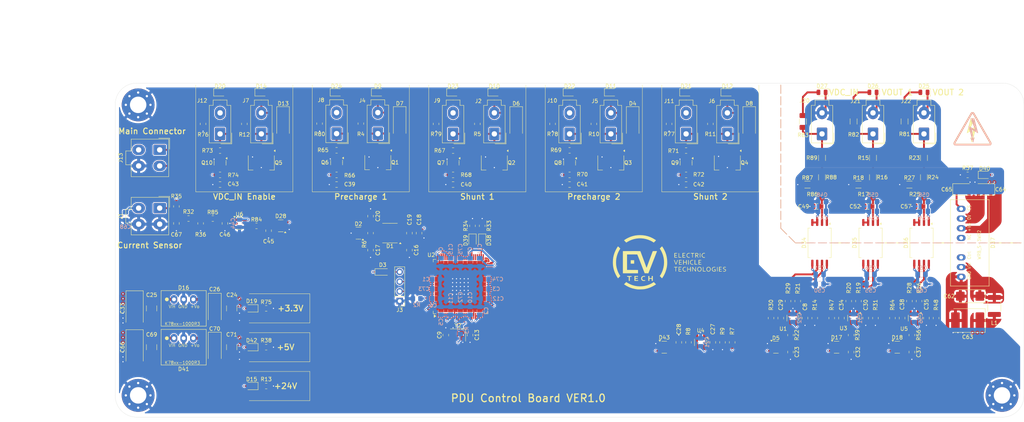
<source format=kicad_pcb>
(kicad_pcb (version 20240108) (generator "pcbnew") (generator_version "8.0")
  (layers (0 "F.Cu" signal) (1 "In1.Cu" signal) (2 "In2.Cu" signal) (31 "B.Cu" signal) (34 "B.Paste" user) (35 "F.Paste" user) (36 "B.SilkS" user "B.Silkscreen") (37 "F.SilkS" user "F.Silkscreen") (38 "B.Mask" user) (39 "F.Mask" user) (44 "Edge.Cuts" user))
  (net 0 "")
  (net 1 "+3.3V")
  (net 2 "GND")
  (net 3 "Net-(U2-PH0)")
  (net 4 "Net-(U2-PH1)")
  (net 5 "Net-(U2-VCAP_1)")
  (net 6 "Net-(U2-VCAP_2)")
  (net 7 "CAN1_TXD_MCU")
  (net 8 "+24V")
  (net 9 "Net-(U4-+)")
  (net 10 "DC_Voltage_MCU")
  (net 11 "CAN1_RXD_MCU")
  (net 14 "Net-(D3-A)")
  (net 15 "Net-(D9-K)")
  (net 16 "Net-(D10-K)")
  (net 17 "Net-(D11-K)")
  (net 18 "Net-(D12-K)")
  (net 19 "Net-(D15-K)")
  (net 20 "Net-(D6-A)")
  (net 21 "Net-(J3-Pin_2)")
  (net 22 "Net-(J3-Pin_3)")
  (net 23 "Net-(D7-A)")
  (net 24 "Net-(D4-A)")
  (net 25 "Net-(D8-A)")
  (net 26 "Net-(D13-A)")
  (net 27 "BOOT0")
  (net 28 "NRST")
  (net 29 "Net-(U4--)")
  (net 71 "DAC_OUT1")
  (net 86 "VDC_IN_SENSE")
  (net 87 "GNDPWR")
  (net 88 "Net-(U1-+)")
  (net 89 "+3.3VP")
  (net 90 "Net-(U1--)")
  (net 91 "Net-(D34-VIN)")
  (net 92 "VDC_OUT1_SENSE")
  (net 93 "Net-(C34-Pad2)")
  (net 94 "VDC_OUT2_SENSE")
  (net 95 "Net-(D34-OUTP)")
  (net 96 "Net-(C38-Pad2)")
  (net 97 "Net-(D34-OUTN)")
  (net 98 "Net-(U3-+)")
  (net 99 "Net-(D37-Vin)")
  (net 100 "Net-(U3--)")
  (net 101 "Net-(U5-+)")
  (net 102 "Net-(U5--)")
  (net 103 "Net-(Q6-B)")
  (net 104 "~{Precharge_1_ON}")
  (net 105 "Net-(Q7-B)")
  (net 106 "~{Shunt_1_ON}")
  (net 107 "Net-(Q8-B)")
  (net 108 "~{Precharge_2_ON}")
  (net 109 "~{Shunt_2_ON}")
  (net 110 "Net-(Q9-B)")
  (net 111 "Net-(Q10-B)")
  (net 112 "~{VIN_Enable_ON}")
  (net 113 "Net-(D19-K)")
  (net 114 "Net-(D20-K)")
  (net 115 "Net-(D21-A)")
  (net 116 "Net-(D21-K)")
  (net 117 "Net-(D22-A)")
  (net 118 "Net-(D22-K)")
  (net 119 "Net-(D23-A)")
  (net 120 "Net-(D23-K)")
  (net 121 "Net-(D24-K)")
  (net 122 "Net-(D24-A)")
  (net 123 "VIN_Enable")
  (net 124 "Precharge_1")
  (net 125 "Shunt_1")
  (net 126 "Precharge_2")
  (net 127 "Shunt_2")
  (net 128 "Net-(D25-A)")
  (net 129 "Net-(D27-A)")
  (net 130 "Crrent_Out")
  (net 131 "Net-(D42-K)")
  (net 132 "Net-(R32-Pad1)")
  (net 133 "Net-(R15-Pad1)")
  (net 134 "Current_SENSE")
  (net 135 "Net-(U6-+)")
  (net 136 "Net-(U6--)")
  (net 137 "Net-(D40-K)")
  (net 138 "VDC_OUT1")
  (net 139 "Net-(R16-Pad1)")
  (net 140 "Net-(R23-Pad1)")
  (net 141 "Net-(R24-Pad1)")
  (net 142 "VDC_OUT2")
  (net 143 "VDC_IN")
  (net 144 "Net-(D35-VIN)")
  (net 145 "Net-(D36-VIN)")
  (net 146 "Net-(D35-OUTP)")
  (net 147 "Net-(D35-OUTN)")
  (net 148 "Net-(D36-OUTP)")
  (net 149 "Net-(D36-OUTN)")
  (net 150 "Net-(D37-CS)")
  (net 153 "Net-(D38-A)")
  (net 154 "Net-(D39-A)")
  (net 155 "Net-(R88-Pad2)")
  (net 156 "Net-(R86-Pad2)")
  (net 157 "Net-(D26-A)")
  (net 158 "Net-(D20-A)")
  (net 159 "Net-(C29-Pad2)")
  (net 160 "Net-(D14-K)")
  (net 161 "CANH")
  (net 162 "CANL")
  (net 164 "Net-(D38-K)")
  (net 165 "Net-(D39-K)")
  (net 168 "+5V")
  (footprint "Connector_My:Mini-Fit_01x02_Vertical" (layer "F.Cu") (at 349.885 175.335 180)
    (property "Reference" "J5")
    (property "Value" "Precharge_2" (hide yes))
  )
  (footprint "Package_TO_SOT_SMD:SOT-23" (layer "F.Cu") (at 247.65 182.888 -90)
    (property "Reference" "Q10")
    (property "Value" "BC817")
  )
  (footprint "Capacitor_SMD:C_0805_2012Metric_Pad1.18x1.45mm_HandSolder" (layer "F.Cu") (at 416.56 223.52 90)
    (property "Reference" "C30")
    (property "Value" "56p")
  )
  (footprint "Connector_My:Mini-Fit_01x02_Vertical" (layer "F.Cu") (at 258.445 175.335 180)
    (property "Reference" "J7")
    (property "Value" "VIN_Enable" (hide yes))
  )
  (footprint "Capacitor_SMD:C_0805_2012Metric_Pad1.18x1.45mm_HandSolder" (layer "F.Cu") (at 297.18 201.295 90)
    (property "Reference" "C19")
    (property "Value" "1u")
  )
  (footprint "Resistor_SMD:R_0805_2012Metric_Pad1.20x1.40mm_HandSolder" (layer "F.Cu") (at 308.61 179.705)
    (property "Reference" "R67")
    (property "Value" "2.2k")
  )
  (footprint "Package_QFP:LQFP-100_14x14mm_P0.5mm" (layer "F.Cu") (at 310.515 215.265 90)
    (property "Reference" "U2")
    (property "Value" "APM32F405xG")
  )
  (footprint "Capacitor_Tantalum_SMD:CP_EIA-7343-43_Kemet-X_Pad2.25x2.55mm_HandSolder" (layer "F.Cu") (at 225.298 231.14 -90)
    (property "Reference" "C66")
    (property "Value" "22u")
  )
  (footprint "Resistor_SMD:R_0805_2012Metric_Pad1.20x1.40mm_HandSolder" (layer "F.Cu") (at 412.75 227.965 -90)
    (property "Reference" "R39")
    (property "Value" "49.9")
  )
  (footprint "Resistor_SMD:R_0805_2012Metric_Pad1.20x1.40mm_HandSolder" (layer "F.Cu") (at 428.625 227.965 -90)
    (property "Reference" "R56")
    (property "Value" "49.9")
  )
  (footprint "Resistor_SMD:R_0805_2012Metric_Pad1.20x1.40mm_HandSolder" (layer "F.Cu") (at 379.095 229.87 -90)
    (property "Reference" "R9")
    (property "Value" "1k")
  )
  (footprint "Resistor_SMD:R_0805_2012Metric_Pad1.20x1.40mm_HandSolder" (layer "F.Cu") (at 443.23 186.055 180)
    (property "Reference" "R37")
    (property "Value" "750")
  )
  (footprint "Package_TO_SOT_SMD:SOT-23" (layer "F.Cu") (at 408.94 231.14)
    (property "Reference" "D17")
    (property "Value" "BAT54S")
  )
  (footprint "LED_SMD:LED_0805_2012Metric" (layer "F.Cu") (at 247.65 164.465)
    (property "Reference" "D20")
    (property "Value" "LED_Small")
  )
  (footprint "LED_SMD:LED_0805_2012Metric" (layer "F.Cu") (at 369.57 164.465)
    (property "Reference" "D21")
    (property "Value" "LED_Small")
  )
  (footprint "Package_SO:SOIC-8_7.5x5.85mm_P1.27mm" (layer "F.Cu") (at 404.495 203.835 -90)
    (property "Reference" "D34")
    (property "Value" "NSI1311")
  )
  (footprint "Resistor_SMD:R_1206_3216Metric" (layer "F.Cu") (at 405.13 186.69 90)
    (property "Reference" "R88")
    (property "Value" "47k")
  )
  (footprint "Resistor_SMD:R_0805_2012Metric_Pad1.20x1.40mm_HandSolder" (layer "F.Cu") (at 247.65 179.705)
    (property "Reference" "R73")
    (property "Value" "2.2k")
  )
  (footprint "Crystal:Crystal_SMD_SeikoEpson_FA238-4Pin_3.2x2.5mm" (layer "F.Cu") (at 309.88 227.965 180)
    (property "Reference" "Y2")
    (property "Value" "X322516MOB4SI")
  )
  (footprint "Resistor_SMD:R_0805_2012Metric_Pad1.20x1.40mm_HandSolder" (layer "F.Cu") (at 405.1 191.135 90)
    (property "Reference" "R86")
    (property "Value" "120")
  )
  (footprint "Package_TO_SOT_SMD:SOT-223" (layer "F.Cu") (at 319.405 182.88 -90)
    (property "Reference" "Q2")
    (property "Value" "BSP75N")
  )
  (footprint "Resistor_SMD:R_0805_2012Metric_Pad1.20x1.40mm_HandSolder" (layer "F.Cu") (at 427.99 219.075 -90)
    (property "Reference" "R28")
    (property "Value" "1k")
  )
  (footprint "Connector_Molex:Molex_Mini-Fit_Jr_5566-04A_2x02_P4.20mm_Vertical" (layer "F.Cu") (at 231.85 194.75 -90)
    (property "Reference" "J1")
    (property "Value" "Current_Sensor")
  )
  (footprint "Resistor_SMD:R_0805_2012Metric_Pad1.20x1.40mm_HandSolder" (layer "F.Cu") (at 278.13 179.63)
    (property "Reference" "R65")
    (property "Value" "2.2k")
  )
  (footprint "Capacitor_SMD:C_0805_2012Metric_Pad1.18x1.45mm_HandSolder" (layer "F.Cu") (at 400.685 223.52 90)
    (property "Reference" "C8")
    (property "Value" "56p")
  )
  (footprint "Resistor_SMD:R_0805_2012Metric_Pad1.20x1.40mm_HandSolder" (layer "F.Cu") (at 242.57 198.755 -90)
    (property "Reference" "R36")
    (property "Value" "1k")
  )
  (footprint "Capacitor_SMD:C_0805_2012Metric_Pad1.18x1.45mm_HandSolder" (layer "F.Cu") (at 426.085 223.52 -90)
    (property "Reference" "C38")
    (property "Value" "56p")
  )
  (footprint "LED_SMD:LED_0805_2012Metric" (layer "F.Cu") (at 255.905 241.3 180)
    (property "Reference" "D15")
    (property "Value" "LED_Small")
  )
  (footprint "Resistor_SMD:R_0805_2012Metric_Pad1.20x1.40mm_HandSolder" (layer "F.Cu") (at 287.02 201.295 -90)
    (property "Reference" "R6")
    (property "Value" "120")
  )
  (footprint "Resistor_SMD:R_1206_3216Metric" (layer "F.Cu") (at 431.8 181.61 90)
    (property "Reference" "R23")
    (property "Value" "47k")
  )
  (footprint "Capacitor_SMD:C_0805_2012Metric_Pad1.18x1.45mm_HandSolder" (layer "F.Cu") (at 417.195 194.31 180)
    (property "Reference" "C52")
    (property "Value" "56p")
  )
  (footprint "LED_SMD:LED_0805_2012Metric" (layer "F.Cu") (at 308.61 164.465)
    (property "Reference" "D23")
    (property "Value" "LED_Small")
  )
  (footprint "Resistor_SMD:R_0805_2012Metric_Pad1.20x1.40mm_HandSolder" (layer "F.Cu") (at 418.465 191.135 90)
    (property "Reference" "R17")
    (property "Value" "120")
  )
  (footprint "Capacitor_Tantalum_SMD:CP_EIA-6032-28_Kemet-C_Pad2.25x2.35mm_HandSolder" (layer "F.Cu") (at 246.253 231.14 -90)
    (property "Reference" "C70")
    (property "Value" "330u")
  )
  (footprint "Package_SO:SOIC-8_3.9x4.9mm_P1.27mm" (layer "F.Cu") (at 292.1 201.295 180)
    (property "Reference" "D1")
    (property "Value" "SIT65HVD232DR")
  )
  (footprint "Package_SO:SOIC-8_7.5x5.85mm_P1.27mm" (layer "F.Cu") (at 417.83 203.835 -90)
    (property "Reference" "D35")
    (property "Value" "NSI1311")
  )
  (footprint "Capacitor_Tantalum_SMD:CP_EIA-3528-21_Kemet-B_Pad1.50x2.35mm_HandSolder" (layer "F.Cu") (at 441.96 189.865)
    (property "Reference" "C65")
    (property "Value" "10u")
  )
  (footprint "Diode_SMD:D_SMA_Handsoldering" (layer "F.Cu") (at 325.12 172.72 -90)
    (property "Reference" "D6")
    (property "Value" "D_Small")
  )
  (footprint "Resistor_SMD:R_0805_2012Metric_Pad1.20x1.40mm_HandSolder" (layer "F.Cu") (at 339.09 179.638)
    (property "Reference" "R69")
    (property "Value" "2.2k")
  )
  (footprint "Connector_My:Mini-Fit_01x02_Vertical" (layer "F.Cu") (at 247.65 175.335 180)
    (property "Reference" "J12")
    (property "Value" "VIN_Enable" (hide yes))
  )
  (footprint "Resistor_SMD:R_0805_2012Metric_Pad1.20x1.40mm_HandSolder" (layer "F.Cu") (at 369.57 186.055 180)
    (property "Reference" "R72")
    (property "Value" "1k")
  )
  (footprint "Resistor_SMD:R_0805_2012Metric_Pad1.20x1.40mm_HandSolder" (layer "F.Cu") (at 316.23 199.39 90)
    (property "Reference" "R33")
    (property "Value" "1k")
  )
  (footprint "Resistor_SMD:R_0805_2012Metric_Pad1.20x1.40mm_HandSolder" (layer "F.Cu") (at 381.635 229.87 90)
    (property "Reference" "R7")
    (property "Value" "14k")
  )
  (footprint "MountingHole:MountingHole_4.3mm_M4_Pad_Via" (layer "F.Cu") (at 452.217 243.74 -90)
    (property "Reference" "H1" (hide yes))
    (property "Value" "MountingHole_Pad")
  )
  (footprint "Resistor_SMD:R_0805_2012Metric_Pad1.20x1.40mm_HandSolder" (layer "F.Cu") (at 259.715 231.14)
    (property "Reference" "R38")
    (property "Value" "1.1k")
  )
  (footprint "Capacitor_SMD:C_0805_2012Metric_Pad1.18x1.45mm_HandSolder" (layer "F.Cu") (at 287.02 196.85 90)
    (property "Reference" "C20")
    (property "Value" "56p")
  )
  (footprint "Connector_My:Mini-Fit_01x02_Vertical" (layer "F.Cu") (at 278.13 175.26 180)
    (property "Reference" "J8")
    (property "Value" "Precharge_1" (hide yes))
  )
  (footprint "Package_TO_SOT_SMD:SOT-23" (layer "F.Cu") (at 369.57 182.88 -90)
    (property "Reference" "Q9")
    (property "Value" "BC817")
  )
  (footprint "MountingHole:MountingHole_4.3mm_M4" (layer "F.Cu") (at 452.217 167.74 -90)
    (property "Reference" "H4" (hide yes))
    (property "Value" "MountingHole_Pad")
  )
  (footprint "Capacitor_SMD:C_0805_2012Metric_Pad1.18x1.45mm_HandSolder" (layer "F.Cu") (at 412.75 232.41 -90)
    (property "Reference" "C32")
    (property "Value" "0.27u")
  )
  (footprint "Diode_SMD:D_SMA_Handsoldering" (layer "F.Cu") (at 294.64 172.72 -90)
    (property "Reference" "D7")
    (property "Value" "D_Small")
  )
  (footprint "Inductor_SMD:L_1812_4532Metric_Pad1.30x3.40mm_HandSolder" (layer "F.Cu") (at 450.215 220.345 90)
    (property "Reference" "L1")
    (property "Value" "4.7u")
  )
  (footprint "LED_SMD:LED_0805_2012Metric" (layer "F.Cu") (at 288.925 164.465)
    (property "Reference" "D9")
    (property "Value" "LED_Small")
  )
  (footprint "MountingHole:MountingHole_4.3mm_M4_Pad_Via" (layer "F.Cu") (at 226.217 167.74 -90)
    (property "Reference" "H2" (hide yes))
    (property "Value" "MountingHole_Pad")
  )
  (footprint "Connector_My:Mini-Fit_01x02_Vertical" (layer "F.Cu") (at 405.13 175.335 180)
    (property "Reference" "J20")
    (property "Value" "VDC_IN" (hide yes))
  )
  (footprint "Package_TO_SOT_SMD:SOT-23-5" (layer "F.Cu") (at 397.51 223.52 -90)
    (property "Reference" "U1")
    (property "Value" "LMV321")
  )
  (footprint "Package_TO_SOT_SMD:SOT-23" (layer "F.Cu") (at 278.13 182.805 -90)
    (property "Reference" "Q6")
    (property "Value" "BC817")
  )
  (footprint "Resistor_SMD:R_0805_2012Metric_Pad1.20x1.40mm_HandSolder" (layer "F.Cu") (at 313.69 199.39 90)
    (property "Reference" "R34")
    (property "Value" "1k")
  )
  (footprint "Package_TO_SOT_SMD:SOT-23-5_HandSoldering" (layer "F.Cu") (at 373.38 229.87 -90)
    (property "Reference" "U4")
    (property "Value" "LMV321")
  )
  (footprint "Resistor_SMD:R_0805_2012Metric_Pad1.20x1.40mm_HandSolder" (layer "F.Cu") (at 407.67 223.52 -90)
    (property "Reference" "R47")
    (property "Value" "1k")
  )
  (footprint "LED_SMD:LED_0805_2012Metric" (layer "F.Cu") (at 316.23 203.2 -90)
    (property "Reference" "D38")
    (property "Value" "LED_Small")
  )
  (footprint "Capacitor_SMD:C_0805_2012Metric_Pad1.18x1.45mm_HandSolder" (layer "F.Cu") (at 367.665 229.87 90)
    (property "Reference" "C28")
    (property "Value" "56p")
  )
  (footprint "Package_TO_SOT_SMD:SOT-23" (layer "F.Cu") (at 283.845 201.295 180)
    (property "Reference" "D2")
    (property "Value" "PESD2CAN")
  )
  (footprint "MORNSUN:K78xx-1000R3" (layer "F.Cu") (at 238.125 220.98)
    (property "Reference" "D16")
    (property "Value" "K7803-1000R3")
  )
  (footprint "Package_TO_SOT_SMD:SOT-23" (layer "F.Cu") (at 424.815 231.14)
    (property "Reference" "D18")
    (property "Value" "BAT54S")
  )
  (footprint "Resistor_SMD:R_1206_3216Metric_Pad1.30x1.75mm_HandSolder" (layer "F.Cu") (at 413.385 172.085 90)
    (property "Reference" "R82")
    (property "Value" "100k")
  )
  (footprint "Resistor_SMD:R_1206_3216Metric_Pad1.30x1.75mm_HandSolder" (layer "F.Cu") (at 400.13 172.085 90)
    (property "Reference" "R83")
    (property "Value" "100k")
  )
  (footprint "Logo_My:EV_Tech" (layer "F.Cu") (at 365.125 208.915)
    (property "Reference" "G***" (hide yes))
    (property "Value" "LOGO" (hide yes))
  )
  (footprint "Resistor_SMD:R_0805_2012Metric_Pad1.20x1.40mm_HandSolder" (layer "F.Cu") (at 414.655 219.075 -90)
    (property "Reference" "R19")
    (property "Value" "1k")
  )
  (footprint "Capacitor_SMD:C_0805_2012Metric_Pad1.18x1.45mm_HandSolder" (layer "F.Cu") (at 306.705 227.965 -90)
    (property "Reference" "C9")
    (property "Value" "30p")
  )
  (footprint "Resistor_SMD:R_0805_2012Metric_Pad1.20x1.40mm_HandSolder" (layer "F.Cu") (at 273.685 172.645 -90)
    (property "Reference" "R80")
    (property "Value" "5.1k")
  )
  (footprint "Capacitor_SMD:C_0805_2012Metric_Pad1.18x1.45mm_HandSolder" (layer "F.Cu") (at 278.13 188.595 180)
    (property "Reference" "C39")
    (property "Value" "2.2u")
  )
  (footprint "LED_SMD:LED_0805_2012Metric" (layer "F.Cu") (at 339.09 164.465)
    (property "Reference" "D22")
    (property "Value" "LED_Small")
  )
  (footprint "Package_TO_SOT_SMD:SOT-23" (layer "F.Cu") (at 393.065 231.14)
    (property "Reference" "D5")
    (property "Value" "BAT54S")
  )
  (footprint "Package_TO_SOT_SMD:SOT-23" (layer "F.Cu") (at 308.61 182.88 -90)
    (property "Reference" "Q7")
    (property "Value" "BC817")
  )
  (footprint "Resistor_SMD:R_0805_2012Metric_Pad1.20x1.40mm_HandSolder" (layer "F.Cu") (at 247.65 186.055 180)
    (property "Reference" "R74")
    (property "Value" "1k")
  )
  (footprint "Logo_My:High_Voltage" (layer "F.Cu") (at 444.5 173.99)
    (property "Reference" "G***" (hide yes))
    (property "Value" "LOGO" (hide yes))
  )
  (footprint "Capacitor_SMD:C_1210_3225Metric_Pad1.33x2.70mm_HandSolder" (layer "F.Cu") (at 250.698 231.14 -90)
    (property "Reference" "C71")
    (property "Value" "22u")
  )
  (footprint "LED_SMD:LED_0805_2012Metric" (layer "F.Cu") (at 405.13 164.465 180)
    (property "Reference" "D27")
    (property "Value" "LED_Small")
  )
  (footprint "Resistor_SMD:R_1206_3216Metric_Pad1.30x1.75mm_HandSolder" (layer "F.Cu") (at 426.72 172.085 90)
    (property "Reference" "R81")
    (property "Value" "100k")
  )
  (footprint "Connector_My:Mini-Fit_01x02_Vertical" (layer "F.Cu") (at 339.09 175.335 180)
    (property "Reference" "J10")
    (property "Value" "Precharge_2" (hide yes))
  )
  (footprint "Capacitor_SMD:C_0805_2012Metric_Pad1.18x1.45mm_HandSolder" (layer "F.Cu") (at 403.86 194.31 180)
    (property "Reference" "C49")
    (property "Value" "56p")
  )
  (footprint "LED_SMD:LED_0805_2012Metric" (layer "F.Cu") (at 418.465 164.465 180)
    (property "Reference" "D26")
    (property "Value" "LED_Small")
  )
  (footprint "Package_TO_SOT_SMD:SOT-23-5" (layer "F.Cu") (at 429.26 223.52 -90)
    (property "Reference" "U5")
    (property "Value" "LMV321")
  )
  (footprint "Connector_My:Mini-Fit_01x02_Vertical" (layer "F.Cu") (at 288.925 175.26 180)
    (property "Reference" "J4")
    (property "Value" "Precharge_1" (hide yes))
  )
  (footprint "Connector_My:Mini-Fit_01x02_Vertical" (layer "F.Cu") (at 431.8 175.335 180)
    (property "Reference" "J22")
    (property "Value" "VDC_OUT2" (hide yes))
  )
  (footprint "Package_TO_SOT_SMD:SOT-223" (layer "F.Cu") (at 349.885 182.88 -90)
    (property "Reference" "Q3")
    (property "Value" "BSP75N")
  )
  (footprint "LED_SMD:LED_0805_2012Metric" (layer "F.Cu") (at 431.8 164.465 180)
    (property "Reference" "D25")
    (property "Value" "LED_Small")
  )
  (footprint "Capacitor_SMD:C_0805_2012Metric_Pad1.18x1.45mm_HandSolder" (layer "F.Cu") (at 248.92 198.755 -90)
    (property "Reference" "C46")
    (property "Value" "56p")
  )
  (footprint "Diode_SMD:D_SMA_Handsoldering" (layer "F.Cu") (at 264.134 172.72 -90)
    (property "Reference" "D13")
    (property "Value" "D_Small")
  )
  (footprint "Connector_My:Mini-Fit_01x02_Vertical" (layer "F.Cu") (at 319.405 175.335 180)
    (property "Reference" "J2")
    (property "Value" "Shunt_1" (hide yes))
  )
  (footprint "Resistor_SMD:R_0805_2012Metric_Pad1.20x1.40mm_HandSolder" (layer "F.Cu") (at 314.96 172.72 -90)
    (property "Reference" "R5")
    (property "Value" "5.1k")
  )
  (footprint "Capacitor_SMD:C_0805_2012Metric_Pad1.18x1.45mm_HandSolder" (layer "F.Cu") (at 432.435 223.52 90)
    (property "Reference" "C35")
    (property "Value" "56p")
  )
  (footprint "Capacitor_Tantalum_SMD:CP_EIA-6032-28_Kemet-C_Pad2.25x2.35mm_HandSolder" (layer "F.Cu") (at 246.253 220.98 -90)
    (property "Reference" "C26")
    (property "Value" "330u")
  )
  (footprint "Resistor_SMD:R_0805_2012Metric_Pad1.20x1.40mm_HandSolder" (layer "F.Cu") (at 254 172.72 -90)
    (property "Reference" "R12")
    (property "Value" "5.1k")
  )
  (footprint "Resistor_SMD:R_0805_2012Metric_Pad1.20x1.40mm_HandSolder" (layer "F.Cu") (at 259.715 241.3)
    (property "Reference" "R13")
    (property "Value" "5.1k")
  )
  (footprint "Package_TO_SOT_SMD:SOT-223" (layer "F.Cu") (at 258.445 182.88 -90)
    (property "Reference" "Q5")
    (property "Value" "BSP75N")
  )
  (footprint "Resistor_SMD:R_0805_2012Metric_Pad1.20x1.40mm_HandSolder" (layer "F.Cu") (at 396.24 219.075 -90)
    (property "Reference" "R29")
    (property "Value" "1k")
  )
  (footprint "Resistor_SMD:R_0805_2012Metric_Pad1.20x1.40mm_HandSolder" (layer "F.Cu") (at 434.975 223.52 90)
    (property "Reference" "R48")
    (property "Value" "1k")
  )
  (footprint "Capacitor_SMD:C_0805_2012Metric_Pad1.18x1.45mm_HandSolder" (layer "F.Cu") (at 430.53 194.31 180)
    (property "Reference" "C57")
    (property "Value" "56p")
  )
  (footprint "Diode_SMD:D_SOD-323_HandSoldering" (layer "F.Cu") (at 290.195 211.455)
    (property "Reference" "D3")
    (property "Value" "D_Small")
  )
  (footprint "Capacitor_Tantalum_SMD:CP_EIA-7343-43_Kemet-X_Pad2.25x2.55mm_HandSolder" (layer "F.Cu") (at 225.298 220.98 -90)
    (property "Reference" "C33")
    (property "Value" "22u")
  )
  (footprint "Capacitor_Tantalum_SMD:CP_EIA-3528-21_Kemet-B_Pad1.50x2.35mm_HandSolder" (layer "F.Cu") (at 447.675 189.865 180)
    (property "Reference" "C64")
    (property "Value" "100u")
  )
  (footprint "MountingHole:MountingHole_4.3mm_M4_Pad_Via" (layer "F.Cu") (at 226.217 243.74 -90)
    (property "Reference" "H3" (hide yes))
    (property "Value" "MountingHole_Pad")
  )
  (footprint "Package_TO_SOT_SMD:SOT-223" (layer "F.Cu") (at 288.925 182.805 -90)
    (property "Reference" "Q1")
    (property "Value" "BSP75N")
  )
  (footprint "Capacitor_SMD:C_0805_2012Metric_Pad1.18x1.45mm_HandSolder" (layer "F.Cu") (at 410.21 223.52 -90)
    (property "Reference" "C34")
    (property "Value" "56p")
  )
  (footprint "Capacitor_SMD:C_0805_2012Metric_Pad1.18x1.45mm_HandSolder" (layer "F.Cu") (at 299.72 201.295 90)
    (property "Reference" "C18")
    (property "Value" "1u")
  )
  (footprint "Resistor_SMD:R_1206_3216Metric" (layer "F.Cu") (at 405.13 181.61 90)
    (property "Reference" "R89")
    (property "Value" "47k")
  )
  (footprint "Resistor_SMD:R_0805_2012Metric_Pad1.20x1.40mm_HandSolder" (layer "F.Cu") (at 334.645 172.72 -90)
    (property "Reference" "R78")
    (property "Value" "5.1k")
  )
  (footprint "Capacitor_SMD:C_0805_2012Metric_Pad1.18x1.45mm_HandSolder" (layer "F.Cu") (at 260.35 200.66 -90)
    (property "Reference" "C45")
    (property "Value" "0.27u")
  )
  (footprint "Package_TO_SOT_SMD:SOT-23" (layer "F.Cu") (at 339.09 182.888 -90)
    (property "Reference" "Q8")
    (property "Value" "BC817")
  )
  (footprint "Capacitor_SMD:C_1210_3225Metric_Pad1.33x2.70mm_HandSolder" (layer "F.Cu") (at 250.698 220.98 -90)
    (property "Reference" "C24")
    (property "Value" "22u")
  )
  (footprint "LED_SMD:LED_0805_2012Metric" (layer "F.Cu") (at 319.405 164.465)
    (property "Reference" "D10")
    (property "Value" "LED_Small")
  )
  (footprint "Connector_PinHeader_2.54mm:PinHeader_1x04_P2.54mm_Vertical" (layer "F.Cu") (at 294.64 219.065 180)
    (property "Reference" "J3")
    (property "Value" "SWD")
  )
  (footprint "Resistor_SMD:R_0805_2012Metric_Pad1.20x1.40mm_HandSolder" (layer "F.Cu") (at 345.44 172.72 -90)
    (property "Reference" "R10")
    (property "Value" "5.1k")
  )
  (footprint "Resistor_SMD:R_0805_2012Metric_Pad1.20x1.40mm_HandSolder" (layer "F.Cu") (at 284.48 172.645 -90)
    (property "Reference" "R4")
    (property "Value" "5.1k")
  )
  (footprint "Resistor_SMD:R_1206_3216Metric" (layer "F.Cu") (at 414.655 188.595)
    (property "Reference" "R18")
    (property "Value" "240")
  )
  (footprint "Resistor_SMD:R_0805_2012Metric_Pad1.20x1.40mm_HandSolder" (layer "F.Cu") (at 431.8 191.135 90)
    (property "Reference" "R25")
    (property "Value" "120")
  )
  (footprint "Resistor_SMD:R_1206_3216Metric" (layer "F.Cu") (at 418.465 181.61 90)
    (property "Reference" "R15")
    (property "Value" "47k")
  )
  (footprint "Resistor_SMD:R_0805_2012Metric_Pad1.20x1.40mm_HandSolder" (layer "F.Cu") (at 245.745 197.485)
    (property "Reference" "R85")
    (property "Value" "120")
  )
  (footprint "LED_SMD:LED_0805_2012Metric" (layer "F.Cu") (at 313.69 203.2 -90)
    (property "Reference" "D39")
    (property "Value" "LED_Small")
  )
  (footprint "LED_SMD:LED_0805_2012Metric" (layer "F.Cu") (at 447.675 186.055)
    (property "Reference" "D40")
    (property "Value" "LED_Small")
  )
  (footprint "Resistor_SMD:R_0805_2012Metric_Pad1.20x1.40mm_HandSolder" (layer "F.Cu") (at 396.875 227.965 -90)
    (property "Reference" "R22")
    (property "Value" "49.9")
  )
  (footprint "Resistor_SMD:R_0805_2012Metric_Pad1.20x1.40mm_HandSolder" (layer "F.Cu") (at 239.395 197.485 180)
    (property "Reference" "R32")
    (property "Value" "665")
  )
  (footprint "Diode_SMD:D_SMA_Handsoldering" (layer "F.Cu") (at 355.6 172.72 -90)
    (property "Reference" "D4")
    (property "Value" "D_Small")
  )
  (footprint "Resistor_SMD:R_1206_3216Metric" (layer "F.Cu") (at 418.465 186.69 90)
    (property "Reference" "R16")
    (property "Value" "47k")
  )
  (footprint "Package_TO_SOT_SMD:SOT-23-5" (layer "F.Cu") (at 413.385 223.52 -90)
    (property "Reference" "U3")
    (property "Value" "LMV321")
  )
  (footprint "Resistor_SMD:R_0805_2012Metric_Pad1.20x1.40mm_HandSolder" (layer "F.Cu") (at 430.53 219.075 -90)
    (property "Reference" "R26")
    (property "Value" "1k")
  )
  (footprint "Resistor_SMD:R_0805_2012Metric_Pad1.20x1.40mm_HandSolder" (layer "F.Cu") (at 391.795 223.52 -90)
    (property "Reference" "R30")
    (property "Value" "1k")
  )
  (footprint "Diode_SMD:D_SMA_Handsoldering" (layer "F.Cu") (at 386.08 172.72 -90)
    (property "Reference" "D8")
    (property "Value" "D_Small")
  )
  (footprint "LED_SMD:LED_0805_2012Metric" (layer "F.Cu") (at 255.905 220.98 180)
    (property "Reference" "D19")
    (property "Value" "LED_Small")
  )
  (footprint "LED_SMD:LED_0805_2012Metric" (layer "F.Cu") (at 278.13 164.465)
    (property "Reference" "D24")
    (property "Value" "LED_Small")
  )
  (footprint "Connector_My:Mini-Fit_01x02_Vertical" (layer "F.Cu") (at 369.57 175.335 180)
    (property "Reference" "J11")
    (property "Value" "Shunt_2" (hide yes))
  )
  (footprint "Package_TO_SOT_SMD:SOT-223" (layer "F.Cu") (at 380.365 182.88 -90)
    (property "Reference" "Q4")
    (property "Value" "BSP75N")
  )
  (footprint "Resistor_SMD:R_0805_2012Metric_Pad1.20x1.40mm_HandSolder" (layer "F.Cu") (at 259.715 220.98)
    (property "Reference" "R75")
    (property "Value" "750")
  )
  (footprint "Resistor_SMD:R_1206_3216Metric" (layer "F.Cu") (at 427.99 188.595)
    (property "Reference" "R27")
    (property "Value" "240")
  )
  (footprint "Resistor_SMD:R_1206_3216Metric" (layer "F.Cu") (at 401.32 188.595)
    (property "Reference" "R87")
    (property "Value" "240")
  )
  (footprint "Connector_Molex:Molex_Mini-Fit_Jr_5566-04A_2x02_P4.20mm_Vertical" (layer "F.Cu") (at 231.85 179.51 -90)
    (property "Reference" "J13")
    (property "Value" "To_Main_Connector")
  )
  (footprint "Capacitor_SMD:C_0805_2012Metric_Pad1.18x1.45mm_HandSolder" (layer "F.Cu") (at 369.57 188.595 180)
    (property "Reference" "C42")
    (property "Value" "2.2u")
  )
  (footprint "Resistor_SMD:R_0805_2012Metric_Pad1.20x1.40mm_HandSolder" (layer "F.Cu") (at 403.225 223.52 90)
    (property "Reference" "R14")
    (property "Value" "1k")
  )
  (footprint "Resistor_SMD:R_0805_2012Metric_Pad1.20x1.40mm_HandSolder" (layer "F.Cu") (at 243.205 172.72 -90)
    (property "Reference" "R76")
    (property "Value" "5.1k")
  )
  (footprint "Capacitor_SMD:C_1210_3225Metric_Pad1.33x2.70mm_HandSolder" (layer "F.Cu") (at 229.743 231.14 90)
    (property "Reference" "C69")
    (property "Value" "10u")
  )
  (footprint "Package_TO_SOT_SMD:SOT-23-5" (layer "F.Cu") (at 252.73 198.755)
    (property "Reference" "U6")
    (property "Value" "LMV321")
  )
  (footprint "Capacitor_Tantalum_SMD:CP_EIA-6032-28_Kemet-C_Pad2.25x2.35mm_HandSolder" (layer "F.Cu") (at 443.865 217.805 180)
    (property "Reference" "C62")
    (property "Value" "1u")
  )
  (footprint "Capacitor_SMD:C_0805_2012Metric_Pad1.18x1.45mm_HandSolder" (layer "F.Cu") (at 287.02 205.74 90)
    (property "Reference" "C17")
    (property "Value" "56p")
  )
  (footprint "Resistor_SMD:R_0805_2012Metric_Pad1.20x1.40mm_HandSolder" (layer "F.Cu") (at 236.22 194.31 90)
    (property "Reference" "R35")
    (property "Value" "DNP")
  )
  (footprint "Resistor_SMD:R_0805_2012Metric_Pad1.20x1.40mm_HandSolder" (layer "F.Cu") (at 398.78 219.075 -90)
    (property "Reference" "R21")
    (property "Value" "1k")
  )
  (footprint "Resistor_SMD:R_0805_2012Metric_Pad1.20x1.40mm_HandSolder" (layer "F.Cu") (at 308.61 186.055 180)
    (property "Reference" "R68")
    (property "Value" "1k")
  )
  (footprint "Capacitor_SMD:C_0805_2012Metric_Pad1.18x1.45mm_HandSolder" (layer "F.Cu") (at 297.18 205.74 90)
    (property "Reference" "C16")
    (property "Value" "56p")
  )
  (footprint "Capacitor_SMD:C_0805_2012Metric_Pad1.18x1.45mm_HandSolder" (layer "F.Cu") (at 376.555 229.87 -90)
    (property "Reference" "C27")
    (property "Value" "100n")
  )
  (footprint "Resistor_SMD:R_0805_2012Metric_Pad1.20x1.40mm_HandSolder" (layer "F.Cu") (at 369.57 179.705)
    (property "Reference" "R71")
    (property "Value" "2.2k")
  )
  (footprint "Capacitor_SMD:C_0805_2012Metric_Pad1.18x1.45mm_HandSolder" (layer "F.Cu") (at 313.055 227.965 -90)
    (property "Reference" "C13")
    (property "Value" "30p")
  )
  (footprint "Capacitor_SMD:C_1210_3225Metric_Pad1.33x2.70mm_HandSolder" (layer "F.Cu") (at 229.743 220.98 90)
    (property "Reference" "C25")
    (property "Value" "10u")
  )
  (footprint "Resistor_SMD:R_0805_2012Metric_Pad1.20x1.40mm_HandSolder" (layer "F.Cu") (at 365.125 172.72 -90)
    (property "Reference" "R77")
    (property "Value" "5.1k")
  )
  (footprint "MORNSUN:WRB_S-3WR2" (layer "F.Cu") (at 441.535 203.835 90)
    (property "Reference" "D37")
    (property "Value" "WRB2403S-3WR2")
  )
  (footprint "Capacitor_SMD:C_0805_2012Metric_Pad1.18x1.45mm_HandSolder" (layer "F.Cu") (at 428.625 232.41 -90)
    (property "Reference" "C37")
    (property "Value" "0.27u")
  )
  (footprint "Package_TO_SOT_SMD:SOT-23" (layer "F.Cu") (at 263.525 199.39 180)
    (property "Reference" "D28")
    (property "Value" "BAT54S")
  )
  (footprint "Resistor_SMD:R_0805_2012Metric_Pad1.20x1.40mm_HandSolder" (layer "F.Cu") (at 339.09 186.055 180)
    (property "Reference" "R70")
    (property "Value" "1k")
  )
  (footprint "LED_SMD:LED_0805_2012Metric" (layer "F.Cu") (at 255.905 231.14 180)
    (property "Reference" "D42")
    (property "Value" "LED_Small")
  )
  (footprint "Connector_My:Mini-Fit_01x02_Vertical" (layer "F.Cu") (at 380.365 175.335 180)
    (property "Reference" "J6")
    (property "Value" "Shunt_2" (hide yes))
  )
  (footprint "Capacitor_SMD:C_0805_2012Metric_Pad1.18x1.45mm_HandSolder" (layer "F.Cu") (at 247.65 188.595 180)
    (property "Reference" "C43")
    (property "Value" "2.2u")
  )
  (footprint "Capacitor_SMD:C_0805_2012Metric_Pad1.18x1.45mm_HandSolder" (layer "F.Cu") (at 396.875 232.41 -90)
    (property "Reference" "C23")
    (property "Value" "0.27u")
  )
  (footprint "Resistor_SMD:R_0805_2012Metric_Pad1.20x1.40mm_HandSolder" (layer "F.Cu") (at 412.115 219.075 -90)
    (property "Reference" "R20")
    (property "Value" "1k")
  )
  (footprint "Resistor_SMD:R_0805_2012Metric_Pad1.20x1.40mm_HandSolder" (layer "F.Cu") (at 370.205 229.87 -90)
    (property "Reference" "R8")
    (property "Value" "120")
  )
  (footprint "Package_TO_SOT_SMD:SOT-23" (layer "F.Cu") (at 363.855 231.14)
    (property "Reference" "D43")
    (property "Value" "BAT54S")
  )
  (footprint "Resistor_SMD:R_0805_2012Metric_Pad1.20x1.40mm_HandSolder" (layer "F.Cu") (at 257.175 199.39)
    (property "Reference" "R84")
    (property "Value" "49.9")
  )
  (footprint "Resistor_SMD:R_0805_2012Metric_Pad1.20x1.40mm_HandSolder" (layer "F.Cu") (at 304.165 172.72 -90)
    (property "Reference" "R79")
    (property "Value" "5.1k")
  )
  (footprint "LED_SMD:LED_0805_2012Metric" (layer "F.Cu") (at 258.445 164.465)
    (property "Reference" "D14")
    (property "Value" "LED_Small")
  )
  (footprint "Resistor_SMD:R_0805_2012Metric_Pad1.20x1.40mm_HandSolder" (layer "F.Cu") (at 278.13 186.055 180)
    (property "Reference" "R66")
    (property "Value" "1k")
  )
  (footprint "Resistor_SMD:R_0805_2012Metric_Pad1.20x1.40mm_HandSolder" (layer "F.Cu") (at 423.545 223.52 -90)
    (property "Reference" "R64")
    (property "Value" "1k")
  )
  (footprint "Capacitor_SMD:C_0805_2012Metric_Pad1.18x1.45mm_HandSolder" (layer "F.Cu") (at 308.61 188.595 180)
    (property "Reference" "C40")
    (property "Value" "2.2u")
  )
  (footprint "Resistor_SMD:R_0805_2012Metric_Pad1.20x1.40mm_HandSolder" (layer "F.Cu") (at 375.92 172.72 -90)
    (property "Reference" "R11")
    (property "Value" "5.1k")
  )
  (footprint "Connector_My:Mini-Fit_01x02_Vertical" (layer "F.Cu") (at 418.465 175.335 180)
    (property "Reference" "J21")
    (property "Value" "VDC_OUT1" (hide yes))
  )
  (footprint "Capacitor_Tantalum_SMD:CP_EIA-7360-38_Kemet-E_Pad2.25x4.25mm_HandSolder" (layer "F.Cu") (at 443.23 224.155 180)
    (property "Reference" "C63")
    (property "Value" "10u")
  )
  (footprint "Capacitor_SMD:C_0805_2012Metric_Pad1.18x1.45mm_HandSolder" (layer "F.Cu") (at 394.335 223.52 -90)
    (property "Reference" "C29")
    (property "Value" "56p")
  )
  (footprint "Capacitor_SMD:C_0805_2012Metric_Pad1.18x1.45mm_HandSolder" (layer "F.Cu") (at 339.09 188.595 180)
    (property "Reference" "C41")
    (property "Value" "2.2u")
  )
  (footprint "Package_SO:SOIC-8_7.5x5.85mm_P1.27mm" (layer "F.Cu") (at 431.165 203.835 -90)
    (property "Reference" "D36")
    (property "Value" "NSI1311")
  )
  (footprint "LED_SMD:LED_0805_2012Metric" (layer "F.Cu") (at 349.885 164.465)
    (property "Reference" "D11")
    (property "Value" "LED_Small")
  )
  (footprint "Resistor_SMD:R_0805_2012Metric_Pad1.20x1.40mm_HandSolder" (layer "F.Cu") (at 419.1 223.52 90)
    (property "Reference" "R31")
    (property "Value" "1k")
  )
  (footprint "Capacitor_SMD:C_0805_2012Metric_Pad1.18x1.45mm_HandSolder" (layer "F.Cu") (at 236.22 198.755 -90)
    (property "Reference" "C67")
    (property "Value" "2.2n")
  )
  (footprint "LED_SMD:LED_0805_2012Metric" (layer "F.Cu") (at 380.365 164.465)
    (property "Reference" "D12")
    (property "Value" "LED_Small")
  )
  (footprint "Resistor_SMD:R_1206_3216Metric" (layer "F.Cu") (at 431.8 186.69 90)
    (property "Reference" "R24")
    (property "Value" "47k")
  )
  (footprint "Connector_My:Mini-Fit_01x02_Vertical" (layer "F.Cu") (at 308.61 175.335 180)
    (property "Reference" "J9")
    (property "Value" "Shunt_1" (hide yes))
  )
  (footprint "MORNSUN:K78xx-1000R3" (layer "F.Cu") (at 238.125 231.14)
    (property "Reference" "D41")
    (property "Value" "K7805-1000R3")
  )
  (footprint "Capacitor_SMD:C_0805_2012Metric_Pad1.18x1.45mm_HandSolder" (layer "B.Cu") (at 405.13 195.58 180)
    (property "Reference" "C47")
    (property "Value" "0.1u")
  )
  (footprint "Capacitor_SMD:C_0805_2012Metric_Pad1.18x1.45mm_HandSolder" (layer "B.Cu") (at 417.83 212.09 180)
    (property "Reference" "C56")
    (property "Value" "0.1u")
  )
  (footprint "Capacitor_SMD:C_0805_2012Metric_Pad1.18x1.45mm_HandSolder" (layer "B.Cu") (at 417.83 214.63)
    (property "Reference" "C55")
    (property "Value" "2.2u")
  )
  (footprint "Capacitor_SMD:C_0805_2012Metric_Pad1.18x1.45mm_HandSolder" (layer "B.Cu") (at 431.165 214.63)
    (property "Reference" "C60")
    (property "Value" "2.2u")
  )
  (footprint "Capacitor_SMD:C_0805_2012Metric_Pad1.18x1.45mm_HandSolder" (layer "B.Cu") (at 429.26 223.52 90)
    (property "Reference" "C36")
    (property "Value" "100n")
  )
  (footprint "Logo_My:High_Voltage" (layer "B.Cu") (at 444.5 174 180)
    (property "Reference" "G***" (hide yes))
    (property "Value" "LOGO" (hide yes))
  )
  (footprint "Capacitor_SMD:C_0805_2012Metric_Pad1.18x1.45mm_HandSolder" (layer "B.Cu") (at 304.165 218.44)
    (property "Reference" "C6")
    (property "Value" "100n")
  )
  (footprint "Capacitor_SMD:C_0805_2012Metric_Pad1.18x1.45mm_HandSolder" (layer "B.Cu") (at 373.38 229.87 90)
    (property "Reference" "C21")
    (property "Value" "100n")
  )
  (footprint "Capacitor_SMD:C_0805_2012Metric_Pad1.18x1.45mm_HandSolder" (layer "B.Cu") (at 307.975 208.915 -90)
    (property "Reference" "C15")
    (property "Value" "2.2u")
  )
  (footprint "Capacitor_SMD:C_0805_2012Metric_Pad1.18x1.45mm_HandSolder" (layer "B.Cu") (at 304.165 213.36)
    (property "Reference" "C1")
    (property "Value" "100n")
  )
  (footprint "Capacitor_SMD:C_0805_2012Metric_Pad1.18x1.45mm_HandSolder" (layer "B.Cu") (at 316.865 218.44 180)
    (property "Reference" "C12")
    (property "Value" "100n")
  )
  (footprint "Capacitor_SMD:C_0805_2012Metric_Pad1.18x1.45mm_HandSolder" (layer "B.Cu") (at 304.165 215.9)
    (property "Reference" "C73")
    (property "Value" "4.7u")
  )
  (footprint "Capacitor_SMD:C_0805_2012Metric_Pad1.18x1.45mm_HandSolder" (layer "B.Cu") (at 404.495 212.09 180)
    (property "Reference" "C51")
    (property "Value" "0.1u")
  )
  (footprint "Capacitor_SMD:C_0805_2012Metric_Pad1.18x1.45mm_HandSolder" (layer "B.Cu") (at 305.435 221.615 90)
    (property "Reference" "C5")
    (property "Value" "100n")
  )
  (footprint "Capacitor_SMD:C_0805_2012Metric_Pad1.18x1.45mm_HandSolder" (layer "B.Cu") (at 315.595 221.615 90)
    (property "Reference" "C2")
    (property "Value" "1u")
  )
  (footprint "Capacitor_SMD:C_0805_2012Metric_Pad1.18x1.45mm_HandSolder" (layer "B.Cu") (at 431.165 212.09 180)
    (property "Reference" "C61")
    (property "Value" "0.1u")
  )
  (footprint "Capacitor_SMD:C_0805_2012Metric_Pad1.18x1.45mm_HandSolder" (layer "B.Cu") (at 310.515 221.615 90)
    (property "Reference" "C72")
    (property "Value" "1u")
  )
  (footprint "Capacitor_SMD:C_0805_2012Metric_Pad1.18x1.45mm_HandSolder" (layer "B.Cu") (at 316.865 213.36 180)
    (property "Reference" "C74")
    (property "Value" "100n")
  )
  (footprint "Capacitor_SMD:C_0805_2012Metric_Pad1.18x1.45mm_HandSolder" (layer "B.Cu") (at 307.975 221.615 90)
    (property "Reference" "C11")
    (property "Value" "100n")
  )
  (footprint "Capacitor_SMD:C_0805_2012Metric_Pad1.18x1.45mm_HandSolder" (layer "B.Cu") (at 222.885 196.85 -90)
    (property "Reference" "C68")
    (property "Value" "47n")
  )
  (footprint "Capacitor_SMD:C_0805_2012Metric_Pad1.18x1.45mm_HandSolder" (layer "B.Cu") (at 418.465 193.04)
    (property "Reference" "C53")
    (property "Value" "2.2u")
  )
  (footprint "Capacitor_SMD:C_0805_2012Metric_Pad1.18x1.45mm_HandSolder" (layer "B.Cu") (at 405.13 193.04)
    (property "Reference" "C48")
    (property "Value" "2.2u")
  )
  (footprint "Capacitor_SMD:C_0805_2012Metric_Pad1.18x1.45mm_HandSolder" (layer "B.Cu") (at 418.465 195.58 180)
    (property "Reference" "C54")
    (property "Value" "0.1u")
  )
  (footprint "Capacitor_SMD:C_0805_2012Metric_Pad1.18x1.45mm_HandSolder" (layer "B.Cu") (at 404.495 214.63)
    (property "Reference" "C50")
    (property "Value" "2.2u")
  )
  (footprint "Capacitor_SMD:C_0805_2012Metric_Pad1.18x1.45mm_HandSolder" (layer "B.Cu") (at 431.8 193.04)
    (property "Reference" "C58")
    (property "Value" "2.2u")
  )
  (footprint "Capacitor_SMD:C_0805_2012Metric_Pad1.18x1.45mm_HandSolder" (layer "B.Cu") (at 397.51 223.52 90)
    (property "Reference" "C22")
    (property "Value" "100n")
  )
  (footprint "Capacitor_SMD:C_0805_2012Metric_Pad1.18x1.45mm_HandSolder" (layer "B.Cu") (at 313.055 221.615 90)
    (property "Reference" "C10")
    (property "Value" "100n")
  )
  (footprint "Capacitor_SMD:C_0805_2012Metric_Pad1.18x1.45mm_HandSolder" (layer "B.Cu") (at 315.595 208.915 -90)
    (property "Reference" "C14")
    (property "Value" "2.2u")
  )
  (footprint "Capacitor_SMD:C_0805_2012Metric_Pad1.18x1.45mm_HandSolder" (layer "B.Cu") (at 431.8 195.58 180)
    (property "Reference" "C59")
    (property "Value" "0.1u")
  )
  (footprint "Capacitor_SMD:C_0805_2012Metric_Pad1.18x1.45mm_HandSolder" (layer "B.Cu") (at 310.515 208.915 -90)
    (property "Reference" "C75")
    (property "Value" "100n")
  )
  (footprint "Capacitor_SMD:C_0805_2012Metric_Pad1.18x1.45mm_HandSolder" (layer "B.Cu") (at 305.435 208.915 -90)
    (property "Reference" "C4")
    (property "Value" "100n")
  )
  (footprint "Capacitor_SMD:C_0805_2012Metric_Pad1.18x1.45mm_HandSolder" (layer "B.Cu") (at 252.73 198.755 -90)
    (property "Reference" "C44")
    (property "Value" "100n")
  )
  (footprint "Capacitor_SMD:C_0805_2012Metric_Pad1.18x1.45mm_HandSolder" (layer "B.Cu") (at 313.055 208.915 -90)
    (property "Reference" "C7")
    (property "Value" "100n")
  )
  (footprint "Capacitor_SMD:C_0805_2012Metric_Pad1.18x1.45mm_HandSolder" (layer "B.Cu") (at 413.385 223.52 90)
    (property "Reference" "C31")
    (property "Value" "100n")
  )
  (footprint "Resistor_SMD:R_0805_2012Metric_Pad1.20x1.40mm_HandSolder" (layer "B.Cu") (at 299.085 218.44)
    (property "Reference" "R2")
    (property "Value" "1k")
  )
  (footprint "Capacitor_SMD:C_0805_2012Metric_Pad1.18x1.45mm_HandSolder" (layer "B.Cu") (at 316.865 215.9 180)
    (property "Reference" "C3")
    (property "Value" "100n")
  )
  (footprint "Resistor_SMD:R_0805_2012Metric_Pad1.20x1.40mm_HandSolder" (layer "B.Cu") (at 310.515 226.695 90)
    (property "Reference" "R3")
    (property "Value" "1k")
  )
  (gr_line (start 394.335 162.56) (end 394.335 200.025) (stroke (width 0.2) (type dash)) (layer "B.SilkS"))
  (gr_line (start 398.145 203.835) (end 457.2 203.835) (stroke (width 0.2) (type dash)) (layer "B.SilkS"))
  (gr_line (start 394.335 200.025) (end 398.145 203.835) (stroke (width 0.2) (type dash)) (layer "B.SilkS"))
  (gr_line (start 271.145 245.11) (end 271.145 237.49) (stroke (width 0.1)) (layer "F.SilkS"))
  (gr_line (start 408.305 203.835) (end 412.115 203.835) (stroke (width 0.2) (type dash)) (layer "F.SilkS"))
  (gr_line (start 271.145 234.95) (end 271.145 227.33) (stroke (width 0.1)) (layer "F.SilkS"))
  (gr_line (start 332.74 190.5) (end 358.14 190.5) (stroke (width 0.1)) (layer "F.SilkS"))
  (gr_line (start 302.26 190.5) (end 327.66 190.5) (stroke (width 0.1)) (layer "F.SilkS"))
  (gr_line (start 327.66 190.5) (end 327.66 162.56) (stroke (width 0.1)) (layer "F.SilkS"))
  (gr_line (start 266.7 190.5) (end 266.7 162.56) (stroke (width 0.1)) (layer "F.SilkS"))
  (gr_line (start 394.335 200.025) (end 398.145 203.835) (stroke (width 0.2) (type dash)) (layer "F.SilkS"))
  (gr_line (start 363.22 162.56) (end 363.22 190.5) (stroke (width 0.1)) (layer "F.SilkS"))
  (gr_line (start 434.975 203.835) (end 438.15 203.835) (stroke (width 0.2) (type dash)) (layer "F.SilkS"))
  (gr_line (start 394.335 162.56) (end 394.335 200.025) (stroke (width 0.2) (type dash)) (layer "F.SilkS"))
  (gr_line (start 255.27 224.79) (end 271.145 224.79) (stroke (width 0.1)) (layer "F.SilkS"))
  (gr_line (start 358.14 190.5) (end 358.14 162.56) (stroke (width 0.1)) (layer "F.SilkS"))
  (gr_line (start 255.27 234.95) (end 271.145 234.95) (stroke (width 0.1)) (layer "F.SilkS"))
  (gr_line (start 421.64 203.835) (end 425.45 203.835) (stroke (width 0.2) (type dash)) (layer "F.SilkS"))
  (gr_line (start 271.145 217.17) (end 255.27 217.17) (stroke (width 0.1)) (layer "F.SilkS"))
  (gr_line (start 271.145 224.79) (end 271.145 217.17) (stroke (width 0.1)) (layer "F.SilkS"))
  (gr_line (start 271.78 162.56) (end 271.78 190.5) (stroke (width 0.1)) (layer "F.SilkS"))
  (gr_line (start 271.145 227.33) (end 255.27 227.33) (stroke (width 0.1)) (layer "F.SilkS"))
  (gr_line (start 297.18 190.5) (end 297.18 162.56) (stroke (width 0.1)) (layer "F.SilkS"))
  (gr_line (start 271.78 190.5) (end 297.18 190.5) (stroke (width 0.1)) (layer "F.SilkS"))
  (gr_line (start 398.145 203.835) (end 399.415 203.835) (stroke (width 0.2) (type dash)) (layer "F.SilkS"))
  (gr_line (start 363.22 190.5) (end 388.62 190.5) (stroke (width 0.1)) (layer "F.SilkS"))
  (gr_line (start 302.26 162.56) (end 302.26 190.5) (stroke (width 0.1)) (layer "F.SilkS"))
  (gr_line (start 450.85 203.835) (end 457.2 203.835) (stroke (width 0.2) (type dash)) (layer "F.SilkS"))
  (gr_line (start 255.27 245.11) (end 271.145 245.11) (stroke (width 0.1)) (layer "F.SilkS"))
  (gr_line (start 388.62 190.5) (end 388.62 162.56) (stroke (width 0.1)) (layer "F.SilkS"))
  (gr_line (start 332.74 162.56) (end 332.74 190.5) (stroke (width 0.1)) (layer "F.SilkS"))
  (gr_line (start 271.145 237.49) (end 255.27 237.49) (stroke (width 0.1)) (layer "F.SilkS"))
  (gr_line (start 241.3 162.56) (end 241.3 190.5) (stroke (width 0.1)) (layer "F.SilkS"))
  (gr_line (start 241.3 190.5) (end 266.7 190.5) (stroke (width 0.1)) (layer "F.SilkS"))
  (gr_arc (start 452.374 162.052) (mid 456.325313 163.688687) (end 457.962 167.64) (stroke (width 0.05)) (layer "Edge.Cuts"))
  (gr_arc (start 457.961999 243.839999) (mid 456.325312 247.791312) (end 452.373999 249.427999) (stroke (width 0.05)) (layer "Edge.Cuts"))
  (gr_line (start 225.806 249.427999) (end 452.373999 249.427999) (stroke (width 0.05)) (layer "Edge.Cuts"))
  (gr_line (start 457.961999 243.839999) (end 457.962 167.64) (stroke (width 0.05)) (layer "Edge.Cuts"))
  (gr_line (start 452.374 162.052) (end 225.806003 162.052003) (stroke (width 0.05)) (layer "Edge.Cuts"))
  (gr_arc (start 225.806 249.427999) (mid 221.854687 247.791312) (end 220.218 243.839999) (stroke (width 0.05)) (layer "Edge.Cuts"))
  (gr_line (start 220.218003 167.640003) (end 220.218 243.839999) (stroke (width 0.05)) (layer "Edge.Cuts"))
  (gr_arc (start 220.218003 167.640003) (mid 221.854689 163.688689) (end 225.806003 162.052003) (stroke (width 0.05)) (layer "Edge.Cuts"))
  (gr_text "+24V" (at 264.795 241.3 0) (layer "F.SilkS") (effects (font (size 1.5 1.5) (thickness 0.25) (bold yes))))
  (gr_text "Current Sensor\n" (at 229.235 204.47 0) (layer "F.SilkS") (effects (font (size 1.5 1.5) (thickness 0.25) (bold yes))))
  (gr_text "VDC_IN Enable" (at 254 191.77 0) (layer "F.SilkS") (effects (font (size 1.5 1.5) (thickness 0.25) (bold yes))))
  (gr_text "Main Connector\n" (at 229.87 174.625 0) (layer "F.SilkS") (effects (font (size 1.5 1.5) (thickness 0.25) (bold yes))))
  (gr_text "VDC_IN" (at 410.845 164.465 0) (layer "F.SilkS") (effects (font (size 1.5 1.5) (thickness 0.25) (bold yes))))
  (gr_text "Precharge 2" (at 345.44 191.77 0) (layer "F.SilkS") (effects (font (size 1.5 1.5) (thickness 0.25) (bold yes))))
  (gr_text "Shunt 2" (at 375.92 191.77 0) (layer "F.SilkS") (effects (font (size 1.5 1.5) (thickness 0.25) (bold yes))))
  (gr_text "+3.3V" (at 266.065 220.98 0) (layer "F.SilkS") (effects (font (size 1.5 1.5) (thickness 0.25) (bold yes))))
  (gr_text "PDU Control Board VER1.0" (at 328.295 244.475 0) (layer "F.SilkS") (effects (font (size 2 2) (thickness 0.3))))
  (gr_text "Shunt 1\n" (at 314.96 191.77 0) (layer "F.SilkS") (effects (font (size 1.5 1.5) (thickness 0.25) (bold yes))))
  (gr_text "VOUT 1" (at 424.815 164.465 0) (layer "F.SilkS") (effects (font (size 1.5 1.5) (thickness 0.25) (bold yes))))
  (gr_text "VOUT 2" (at 438.15 164.465 0) (layer "F.SilkS") (effects (font (size 1.5 1.5) (thickness 0.25) (bold yes))))
  (gr_text "Precharge 1\n" (at 284.48 191.77 0) (layer "F.SilkS") (effects (font (size 1.5 1.5) (thickness 0.25) (bold yes))))
  (gr_text "+5V" (at 264.795 231.14 0) (layer "F.SilkS") (effects (font (size 1.5 1.5) (thickness 0.25) (bold yes))))
  (segment (start 419.735 209.16) (end 419.735 210.82) (width 0.5) (layer "F.Cu") (net 1))
  (segment (start 318.490003 208.964997) (end 318.19 209.265) (width 0.3) (layer "F.Cu") (net 1))
  (segment (start 319.330057 220.240035) (end 319.305092 220.265) (width 0.3) (layer "F.Cu") (net 1))
  (segment (start 319.405 208.964997) (end 318.490003 208.964997) (width 0.3) (layer "F.Cu") (net 1))
  (segment (start 398.46 225.74) (end 398.46 224.6575) (width 0.5) (layer "F.Cu") (net 1))
  (segment (start 300.7575 200.2575) (end 300.99 200.025) (width 0.3) (layer "F.Cu") (net 1))
  (segment (start 414.335 225.74) (end 414.335 224.6575) (width 0.5) (layer "F.Cu") (net 1))
  (segment (start 307.015 224.155) (end 307.015 222.94) (width 0.3) (layer "F.Cu") (net 1))
  (segment (start 315.015 222.94) (end 314.515 222.94) (width 0.3) (layer "F.Cu") (net 1))
  (segment (start 433.07 209.16) (end 433.07 210.82) (width 0.5) (layer "F.Cu") (net 1))
  (segment (start 297.18 200.2575) (end 299.72 200.2575) (width 0.3) (layer "F.Cu") (net 1))
  (segment (start 406.72 232.09) (end 408.0025 232.09) (width 0.5) (layer "F.Cu") (net 1))
  (segment (start 277.13 186.055) (end 276.225 186.055) (width 0.5) (layer "F.Cu") (net 1))
  (segment (start 254.95 197.805) (end 253.8675 197.805) (width 0.5) (layer "F.Cu") (net 1))
  (segment (start 307.61 186.055) (end 306.705 186.055) (width 0.5) (layer "F.Cu") (net 1))
  (segment (start 265.745 198.44) (end 264.4625 198.44) (width 0.5) (layer "F.Cu") (net 1))
  (segment (start 313.515 224.155) (end 313.515 222.94) (width 0.3) (layer "F.Cu") (net 1))
  (segment (start 368.57 186.055) (end 367.665 186.055) (width 0.5) (layer "F.Cu") (net 1))
  (segment (start 296.7775 200.66) (end 297.18 200.2575) (width 0.3) (layer "F.Cu") (net 1))
  (segment (start 288.945 211.455) (end 287.655 211.455) (width 0.3) (layer "F.Cu") (net 1))
  (segment (start 319.305092 220.265) (end 318.19 220.265) (width 0.3) (layer "F.Cu") (net 1))
  (segment (start 314.515 224.155) (end 314.515 222.94) (width 0.3) (layer "F.Cu") (net 1))
  (segment (start 406.4 209.16) (end 406.4 210.82) (width 0.5) (layer "F.Cu") (net 1))
  (segment (start 430.21 225.74) (end 430.21 224.6575) (width 0.5) (layer "F.Cu") (net 1))
  (segment (start 390.845 232.09) (end 392.1275 232.09) (width 0.5) (layer "F.Cu") (net 1))
  (segment (start 301.625 221.265) (end 302.84 221.265) (width 0.3) (layer "F.Cu") (net 1))
  (segment (start 338.09 186.055) (end 337.185 186.055) (width 0.5) (layer "F.Cu") (net 1))
  (segment (start 309.515 224.021095) (end 309.515 222.94) (width 0.3) (layer "F.Cu") (net 1))
  (segment (start 309.365001 224.171094) (end 309.515 224.021095) (width 0.3) (layer "F.Cu") (net 1))
  (segment (start 246.65 186.055) (end 245.745 186.055) (width 0.5) (layer "F.Cu") (net 1))
  (segment (start 374.33 232.09) (end 374.33 231.22) (width 0.5) (layer "F.Cu") (net 1))
  (segment (start 294.575 200.66) (end 296.7775 200.66) (width 0.3) (layer "F.Cu") (net 1))
  (segment (start 304.515 206.375) (end 304.515 207.59) (width 0.3) (layer "F.Cu") (net 1))
  (segment (start 254.9675 220.98) (end 254 220.98) (width 0.5) (layer "F.Cu") (net 1))
  (segment (start 422.595 232.09) (end 423.8775 232.09) (width 0.5) (layer "F.Cu") (net 1))
  (segment (start 361.635 232.09) (end 362.9175 232.09) (width 0.5) (layer "F.Cu") (net 1))
  (segment (start 299.72 200.2575) (end 300.7575 200.2575) (width 0.3) (layer "F.Cu") (net 1))
  (via (at 361.635 232.09) (size 0.6) (drill 0.3) (layers "F.Cu" "B.Cu") (net 1))
  (via (at 265.745 198.44) (size 0.6) (drill 0.3) (layers "F.Cu" "B.Cu") (net 1))
  (via (at 419.735 210.82) (size 0.6) (drill 0.3) (layers "F.Cu" "B.Cu") (net 1))
  (via (at 407.035 214.63) (size 0.6) (drill 0.3) (layers "F.Cu" "B.Cu") (net 1))
  (via (at 307.015 224.155) (size 0.6) (drill 0.3) (layers "F.Cu" "B.Cu") (net 1))
  (via (at 309.88 229.87) (size 0.6) (drill 0.3) (layers "F.Cu" "B.Cu") (net 1))
  (via (at 430.21 225.74) (size 0.6) (drill 0.3) (layers "F.Cu" "B.Cu") (net 1))
  (via (at 422.595 232.09) (size 0.6) (drill 0.3) (layers "F.Cu" "B.Cu") (net 1))
  (via (at 254 220.98) (size 0.6) (drill 0.3) (layers "F.Cu" "B.Cu") (net 1))
  (via (at 374.33 232.09) (size 0.6) (drill 0.3) (layers "F.Cu" "B.Cu") (net 1))
  (via (at 406.4 210.82) (size 0.6) (drill 0.3) (layers "F.Cu" "B.Cu") (net 1))
  (via (at 252.73 218.44) (size 0.6) (drill 0.3) (layers "F.Cu" "B.Cu") (net 1))
  (via (at 300.99 200.025) (size 0.6) (drill 0.3) (layers "F.Cu" "B.Cu") (net 1))
  (via (at 433.07 210.82) (size 0.6) (drill 0.3) (layers "F.Cu" "B.Cu") (net 1))
  (via (at 319.330057 220.240035) (size 0.6) (drill 0.3) (layers "F.Cu" "B.Cu") (net 1))
  (via (at 254.95 197.805) (size 0.6) (drill 0.3) (layers "F.Cu" "B.Cu") (net 1))
  (via (at 367.665 186.055) (size 0.6) (drill 0.3) (layers "F.Cu" "B.Cu") (net 1))
  (via (at 420.37 214.63) (size 0.6) (drill 0.3) (layers "F.Cu" "B.Cu") (net 1))
  (via (at 314.515 224.155) (size 0.6) (drill 0.3) (layers "F.Cu" "B.Cu") (net 1))
  (via (at 433.705 214.63) (size 0.6) (drill 0.3) (layers "F.Cu" "B.Cu") (net 1))
  (via (at 252.73 220.345) (size 0.6) (drill 0.3) (layers "F.Cu" "B.Cu") (net 1))
  (via (at 245.745 186.055) (size 0.6) (drill 0.3) (layers "F.Cu" "B.Cu") (net 1))
  (via (at 406.72 232.09) (size 0.6) (drill 0.3) (layers "F.Cu" "B.Cu") (net 1))
  (via (at 304.515 206.375) (size 0.6) (drill 0.3) (layers "F.Cu" "B.Cu") (net 1))
  (via (at 414.335 225.74) (size 0.6) (drill 0.3) (layers "F.Cu" "B.Cu") (net 1))
  (via (at 319.405 208.964997) (size 0.6) (drill 0.3) (layers "F.Cu" "B.Cu") (net 1))
  (via (at 337.185 186.055) (size 0.6) (drill 0.3) (layers "F.Cu" "B.Cu") (net 1))
  (via (at 301.625 221.265) (size 0.6) (drill 0.3) (layers "F.Cu" "B.Cu") (net 1))
  (via (at 276.225 186.055) (size 0.6) (drill 0.3) (layers "F.Cu" "B.Cu") (net 1))
  (via (at 398.46 225.74) (size 0.6) (drill 0.3) (layers "F.Cu" "B.Cu") (net 1))
  (via (at 313.515 224.155) (size 0.6) (drill 0.3) (layers "F.Cu" "B.Cu") (net 1))
  (via (at 306.705 186.055) (size 0.6) (drill 0.3) (layers "F.Cu" "B.Cu") (net 1))
  (via (at 390.845 232.09) (size 0.6) (drill 0.3) (layers "F.Cu" "B.Cu") (net 1))
  (via (at 287.655 211.455) (size 0.6) (drill 0.3) (layers "F.Cu" "B.Cu") (net 1))
  (via (at 309.365001 224.171094) (size 0.6) (drill 0.3) (layers "F.Cu" "B.Cu") (net 1))
  (segment (start 305.435 207.8775) (end 304.515 206.9575) (width 0.5) (layer "B.Cu") (net 1))
  (segment (start 432.2025 212.09) (end 432.2025 211.6875) (width 0.5) (layer "B.Cu") (net 1))
  (segment (start 397.51 224.79) (end 398.46 225.74) (width 0.5) (layer "B.Cu") (net 1))
  (segment (start 418.8675 212.09) (end 418.8675 211.6875) (width 0.5) (layer "B.Cu") (net 1))
  (segment (start 315.595 223.075) (end 314.515 224.155) (width 0.5) (layer "B.Cu") (net 1))
  (segment (start 303.1275 213.36) (end 303.1275 215.9) (width 0.5) (layer "B.Cu") (net 1))
  (segment (start 432.2025 212.09) (end 432.2025 214.63) (width 0.5) (layer "B.Cu") (net 1))
  (segment (start 373.38 231.14) (end 374.33 232.09) (width 0.5) (layer "B.Cu") (net 1))
  (segment (start 413.385 224.5575) (end 413.385 224.79) (width 0.5) (layer "B.Cu") (net 1))
  (segment (start 303.1275 215.9) (end 303.1275 218.44) (width 0.5) (layer "B.Cu") (net 1))
  (segment (start 316.180003 205.74) (end 319.405 208.964997) (width 0.5) (layer "B.Cu") (net 1))
  (segment (start 317.9025 218.44) (end 317.9025 218.812478) (width 0.5) (layer "B.Cu") (net 1))
  (segment (start 429.26 224.79) (end 430.21 225.74) (width 0.5) (layer "B.Cu") (net 1))
  (segment (start 304.515 206.9575) (end 304.515 206.375) (width 0.5) (layer "B.Cu") (net 1))
  (segment (start 303.1275 219.7625) (end 301.625 221.265) (width 0.5) (layer "B.Cu") (net 1))
  (segment (start 315.595 222.6525) (end 315.595 223.075) (width 0.5) (layer "B.Cu") (net 1))
  (segment (start 310.515 223.021095) (end 309.365001 224.171094) (width 0.5) (layer "B.Cu") (net 1))
  (segment (start 418.8675 212.09) (end 418.8675 214.63) (width 0.5) (layer "B.Cu") (net 1))
  (segment (start 313.055 223.695) (end 313.515 224.155) (width 0.5) (layer "B.Cu") (net 1))
  (segment (start 432.2025 211.6875) (end 433.07 210.82) (width 0.5) (layer "B.Cu") (net 1))
  (segment (start 305.435 222.6525) (end 313.055 222.6525) (width 0.5) (layer "B.Cu") (net 1))
  (segment (start 420.37 214.63) (end 418.8675 214.63) (width 0.5) (layer "B.Cu") (net 1))
  (segment (start 313.055 222.6525) (end 313.055 223.695) (width 0.5) (layer "B.Cu") (net 1))
  (segment (start 397.51 224.5575) (end 397.51 224.79) (width 0.5) (layer "B.Cu") (net 1))
  (segment (start 317.9025 215.9) (end 317.9025 218.44) (width 0.5) (layer "B.Cu") (net 1))
  (segment (start 373.38 230.9075) (end 373.38 231.14) (width 0.5) (layer "B.Cu") (net 1))
  (segment (start 313.055 206.375) (end 313.69 205.74) (width 0.5) (layer "B.Cu") (net 1))
  (segment (start 405.5325 212.09) (end 405.5325 211.6875) (width 0.5) (layer "B.Cu") (net 1))
  (segment (start 317.9025 213.36) (end 317.9025 215.9) (width 0.5) (layer "B.Cu") (net 1))
  (segment (start 310.515 222.6525) (end 310.515 223.021095) (width 0.5) (layer "B.Cu") (net 1))
  (segment (start 418.8675 211.6875) (end 419.735 210.82) (width 0.5) (layer "B.Cu") (net 1))
  (segment (start 310.515 207.8775) (end 313.055 207.8775) (width 0.5) (layer "B.Cu") (net 1))
  (segment (start 429.26 224.5575) (end 429.26 224.79) (width 0.5) (layer "B.Cu") (net 1))
  (segment (start 405.5325 211.6875) (end 406.4 210.82) (width 0.5) (layer "B.Cu") (net 1))
  (segment (start 307.975 223.195) (end 307.015 224.155) (width 0.5) (layer "B.Cu") (net 1))
  (segment (start 313.69 205.74) (end 316.180003 205.74) (width 0.5) (layer "B.Cu") (net 1))
  (segment (start 310.515 229.235) (end 309.88 229.87) (width 0.3) (layer "B.Cu") (net 1))
  (segment (start 310.515 227.695) (end 310.515 229.235) (width 0.3) (layer "B.Cu") (net 1))
  (segment (start 303.1275 218.44) (end 303.1275 219.7625) (width 0.5) (layer "B.Cu") (net 1))
  (segment (start 254.8625 197.7175) (end 254.95 197.805) (width 0.5) (layer "B.Cu") (net 1))
  (segment (start 407.035 214.63) (end 405.5325 214.63) (width 0.5) (layer "B.Cu") (net 1))
  (segment (start 252.73 197.7175) (end 254.8625 197.7175) (width 0.5) (layer "B.Cu") (net 1))
  (segment (start 317.9025 218.812478) (end 319.330057 220.240035) (width 0.5) (layer "B.Cu") (net 1))
  (segment (start 413.385 224.79) (end 414.335 225.74) (width 0.5) (layer "B.Cu") (net 1))
  (segment (start 307.975 222.6525) (end 307.975 223.195) (width 0.5) (layer "B.Cu") (net 1))
  (segment (start 433.705 214.63) (end 432.2025 214.63) (width 0.5) (layer "B.Cu") (net 1))
  (segment (start 313.055 207.8775) (end 313.055 206.375) (width 0.5) (layer "B.Cu") (net 1))
  (segment (start 405.5325 214.63) (end 405.5325 212.09) (width 0.5) (layer "B.Cu") (net 1))
  (segment (start 434.975 224.52) (end 434.975 225.425) (width 0.5) (layer "F.Cu") (net 2))
  (segment (start 429.26 209.16) (end 429.26 210.82) (width 0.5) (layer "F.Cu") (net 2))
  (segment (start 412.75 233.4475) (end 412.75 234.315) (width 0.5) (layer "F.Cu") (net 2))
  (segment (start 248.92 199.7925) (end 248.92 200.66) (width 0.5) (layer "F.Cu") (net 2))
  (segment (start 311.15 229.87) (end 310.98 229.7) (width 0.3) (layer "F.Cu") (net 2))
  (segment (start 277.0925 188.595) (end 276.225 188.595) (width 0.5) (layer "F.Cu") (net 2))
  (segment (start 432.435 224.5575) (end 432.435 225.425) (width 0.5) (layer "F.Cu") (net 2))
  (segment (start 361.635 230.19) (end 362.9175 230.19) (width 0.5) (layer "F.Cu") (net 2))
  (segment (start 294.575 201.93) (end 296.7775 201.93) (width 0.3) (layer "F.Cu") (net 2))
  (segment (start 378.065 181.215) (end 378.065 179.73) (width 0.5) (layer "F.Cu") (net 2))
  (segment (start 429.26 222.3825) (end 429.26 220.98) (width 0.5) (layer "F.Cu") (net 2))
  (segment (start 260.715 231.14) (end 261.62 231.14) (width 0.5) (layer "F.Cu") (net 2))
  (segment (start 258.445 186.03) (end 258.445 184.15) (width 0.5) (layer "F.Cu") (net 2))
  (segment (start 317.105 181.37) (end 317.105 179.73) (width 0.5) (layer "F.Cu") (net 2))
  (segment (start 246.0855 181.9505) (end 246.7 181.9505) (width 0.5) (layer "F.Cu") (net 2))
  (segment (start 338.0525 188.595) (end 337.185 188.595) (width 0.5) (layer "F.Cu") (net 2))
  (segment (start 243.205 173.72) (end 243.205 174.625) (width 0.5) (layer "F.Cu") (net 2))
  (segment (start 306.705 226.9275) (end 306.705 226.06) (width 0.3) (layer "F.Cu") (net 2))
  (segment (start 260.715 241.3) (end 261.62 241.3) (width 0.5) (layer "F.Cu") (net 2))
  (segment (start 415.925 209.16) (end 415.925 210.82) (width 0.5) (layer "F.Cu") (net 2))
  (segment (start 373.38 228.52) (end 373.38 227.33) (width 0.5) (layer "F.Cu") (net 2))
  (segment (start 282.9075 201.295) (end 281.94 201.295) (width 0.5) (layer "F.Cu") (net 2))
  (segment (start 251.5925 198.755) (end 250.19 198.755) (width 0.5) (layer "F.Cu") (net 2))
  (segment (start 300.99 202.565) (end 300.7575 202.3325) (width 0.3) (layer "F.Cu") (net 2))
  (segment (start 288.925 185.955) (end 288.925 184.15) (width 0.5) (layer "F.Cu") (net 2))
  (segment (start 422.595 230.19) (end 423.8775 230.19) (width 0.5) (layer "F.Cu") (net 2))
  (segment (start 276.4825 181.8675) (end 277.18 181.8675) (width 0.5) (layer "F.Cu") (net 2))
  (segment (start 265.745 200.34) (end 264.4625 200.34) (width 0.5) (layer "F.Cu") (net 2))
  (segment (start 379.095 230.87) (end 379.095 231.775) (width 0.5) (layer "F.Cu") (net 2))
  (segment (start 260.715 220.98) (end 261.62 220.98) (width 0.5) (layer "F.Cu") (net 2))
  (segment (start 367.665 228.8325) (end 367.665 227.965) (width 0.5) (layer "F.Cu") (net 2))
  (segment (start 242.57 199.755) (end 242.57 200.66) (width 0.5) (layer "F.Cu") (net 2))
  (segment (start 297.18 206.7775) (end 297.18 207.645) (width 0.5) (layer "F.Cu") (net 2))
  (segment (start 308.78 226.23) (end 308.61 226.06) (width 0.3) (layer "F.Cu") (net 2))
  (segment (start 428.625 233.4475) (end 428.625 234.315) (width 0.5) (layer "F.Cu") (net 2))
  (segment (start 347.585 181.37) (end 347.585 179.73) (width 0.5) (layer "F.Cu") (net 2))
  (segment (start 246.6125 188.595) (end 245.745 188.595) (width 0.5) (layer "F.Cu") (net 2))
  (segment (start 307.5725 188.595) (end 306.705 188.595) (width 0.5) (layer "F.Cu") (net 2))
  (segment (start 308.78 227.165) (end 308.78 226.23) (width 0.3) (layer "F.Cu") (net 2))
  (segment (start 365.125 173.72) (end 365.125 174.625) (width 0.5) (layer "F.Cu") (net 2))
  (segment (start 334.645 173.72) (end 334.645 174.625) (width 0.5) (layer "F.Cu") (net 2))
  (segment (start 286.625 181.37) (end 286.625 179.655) (width 0.5) (layer "F.Cu") (net 2))
  (segment (start 402.59 209.16) (end 402.59 210.82) (width 0.5) (layer "F.Cu") (net 2))
  (segment (start 287.02 206.7775) (end 287.02 207.645) (width 0.5) (layer "F.Cu") (net 2))
  (segment (start 380.365 186.03) (end 380.365 184.15) (width 0.5) (layer "F.Cu") (net 2))
  (segment (start 307.0375 181.9425) (end 307.66 181.9425) (width 0.5) (layer "F.Cu") (net 2))
  (segment (start 396.875 233.4475) (end 396.875 234.315) (width 0.5) (layer "F.Cu") (net 2))
  (segment (start 416.56 224.5575) (end 416.56 225.425) (width 0.5) (layer "F.Cu") (net 2))
  (segment (start 413.385 222.3825) (end 413.385 220.98) (width 0.5) (layer "F.Cu") (net 2))
  (segment (start 287.02 195.8125) (end 287.02 194.945) (width 0.5) (layer "F.Cu") (net 2))
  (segment (start 337.4795 181.9505) (end 338.14 181.9505) (width 0.5) (layer "F.Cu") (net 2))
  (segment (start 403.225 224.52) (end 403.225 225.425) (width 0.5) (layer "F.Cu") (net 2))
  (segment (start 310.98 229.7) (end 310.98 228.765) (width 0.3) (layer "F.Cu") (net 2))
  (segment (start 304.165 173.72) (end 304.165 174.625) (width 0.5) (layer "F.Cu") (net 2))
  (segment (start 313.055 229.0025) (end 313.055 229.87) (width 0.3) (layer "F.Cu") (net 2))
  (segment (start 236.22 199.7925) (end 236.22 200.66) (width 0.5) (layer "F.Cu") (net 2))
  (segment (start 397.51 222.3825) (end 397.51 220.98) (width 0.5) (layer "F.Cu") (net 2))
  (segment (start 296.7775 201.93) (end 297.18 202.3325) (width 0.3) (layer "F.Cu") (net 2))
  (segment (start 273.685 173.645) (end 273.685 174.625) (width 0.5) (layer "F.Cu") (net 2))
  (segment (start 419.1 224.52) (end 419.1 225.425) (width 0.5) (layer "F.Cu") (net 2))
  (segment (start 406.72 230.19) (end 408.0025 230.19) (width 0.5) (layer "F.Cu") (net 2))
  (segment (start 300.7575 202.3325) (end 299.72 202.3325) (width 0.3) (layer "F.Cu") (net 2))
  (segment (start 313.69 198.39) (end 313.69 197.485) (width 0.3) (layer "F.Cu") (net 2))
  (segment (start 349.885 186.03) (end 349.885 184.15) (width 0.5) (layer "F.Cu") (net 2))
  (segment (start 319.405 186.03) (end 319.405 184.15) (width 0.5) (layer "F.Cu") (net 2))
  (segment (start 256.145 181.37) (end 256.145 179.73) (width 0.5) (layer "F.Cu") (net 2))
  (segment (start 260.35 201.6975) (end 260.35 202.565) (width 0.5) (layer "F.Cu") (net 2))
  (segment (start 400.685 224.5575) (end 400.685 225.425) (width 0.5) (layer "F.Cu") (net 2))
  (segment (start 316.23 198.39) (end 316.23 197.485) (width 0.3) (layer "F.Cu") (net 2))
  (segment (start 367.9675 181.9425) (end 368.62 181.9425) (width 0.5) (layer "F.Cu") (net 2))
  (segment (start 390.845 230.19) (end 392.1275 230.19) (width 0.5) (layer "F.Cu") (net 2))
  (segment (start 368.5325 188.595) (end 367.665 188.595) (width 0.5) (layer "F.Cu") (net 2))
  (segment (start 297.18 202.3325) (end 299.72 202.3325) (width 0.3) (layer "F.Cu") (net 2))
  (segment (start 376.555 230.9075) (end 376.555 231.775) (width 0.5) (layer "F.Cu") (net 2))
  (via (at 367.9675 181.9425) (size 0.6) (drill 0.3) (layers "F.Cu" "B.Cu") (net 2))
  (via (at 337.185 188.595) (size 0.6) (drill 0.3) (layers "F.Cu" "B.Cu") (net 2))
  (via (at 367.665 188.595) (size 0.6) (drill 0.3) (layers "F.Cu" "B.Cu") (net 2))
  (via (at 306.705 188.595) (size 0.6) (drill 0.3) (layers "F.Cu" "B.Cu") (net 2))
  (via (at 376.555 231.775) (size 0.6) (drill 0.3) (layers "F.Cu" "B.Cu") (net 2))
  (via (at 415.925 210.82) (size 0.6) (drill 0.3) (layers "F.Cu" "B.Cu") (net 2))
  (via (at 252.73 232.41) (size 0.6) (drill 0.3) (layers "F.Cu" "B.Cu") (net 2))
  (via (at 287.02 194.945) (size 0.6) (drill 0.3) (layers "F.Cu" "B.Cu") (net 2))
  (via (at 222.25 224.79) (size 0.6) (drill 0.3) (layers "F.Cu" "B.Cu") (net 2))
  (via (at 334.645 174.625) (size 0.6) (drill 0.3) (layers "F.Cu" "B.Cu") (net 2))
  (via (at 422.595 230.19) (size 0.6) (drill 0.3) (layers "F.Cu" "B.Cu") (net 2))
  (via (at 297.18 207.645) (size 0.6) (drill 0.3) (layers "F.Cu" "B.Cu") (net 2))
  (via (at 311.531 216.281) (size 0.6) (drill 0.3) (layers "F.Cu" "B.Cu") (net 2))
  (via (at 222.25 223.52) (size 0.6) (drill 0.3) (layers "F.Cu" "B.Cu") (net 2))
  (via (at 316.23 197.485) (size 0.6) (drill 0.3) (layers "F.Cu" "B.Cu") (net 2))
  (via (at 434.975 225.425) (size 0.6) (drill 0.3) (layers "F.Cu" "B.Cu") (net 2))
  (via (at 400.685 225.425) (size 0.6) (drill 0.3) (layers "F.Cu" "B.Cu") (net 2))
  (via (at 312.547 214.249) (size 0.6) (drill 0.3) (layers "F.Cu" "B.Cu") (net 2))
  (via (at 317.105 181.37) (size 0.6) (drill 0.3) (layers "F.Cu" "B.Cu") (net 2))
  (via (at 308.483 215.265) (size 0.6) (drill 0.3) (layers "F.Cu" "B.Cu") (net 2))
  (via (at 390.845 230.19) (size 0.6) (drill 0.3) (layers "F.Cu" "B.Cu") (net 2))
  (via (at 252.73 224.155) (size 0.6) (drill 0.3) (layers "F.Cu" "B.Cu") (net 2))
  (via (at 273.685 174.625) (size 0.6) (drill 0.3) (layers "F.Cu" "B.Cu") (net 2))
  (via (at 378.065 181.215) (size 0.6) (drill 0.3) (layers "F.Cu" "B.Cu") (net 2))
  (via (at 396.875 234.315) (size 0.6) (drill 0.3) (layers "F.Cu" "B.Cu") (net 2))
  (via (at 287.02 207.645) (size 0.6) (drill 0.3) (layers "F.Cu" "B.Cu") (net 2))
  (via (at 308.483 213.233) (size 0.6) (drill 0.3) (layers "F.Cu" "B.Cu") (net 2))
  (via (at 413.385 220.98) (size 0.6) (drill 0.3) (layers "F.Cu" "B.Cu") (net 2))
  (via (at 428.625 234.315) (size 0.6) (drill 0.3) (layers "F.Cu" "B.Cu") (net 2))
  (via (at 222.25 232.41) (size 0.6) (drill 0.3) (layers "F.Cu" "B.Cu") (net 2))
  (via (at 261.62 231.14) (size 0.6) (drill 0.3) (layers "F.Cu" "B.Cu") (net 2))
  (via (at 309.499 215.265) (size 0.6) (drill 0.3) (layers "F.Cu" "B.Cu") (net 2))
  (via (at 337.4795 181.9505) (size 0.6) (drill 0.3) (layers "F.Cu" "B.Cu") (net 2))
  (via (at 222.25 234.95) (size 0.6) (drill 0.3) (layers "F.Cu" "B.Cu") (net 2))
  (via (at 310.515 214.249) (size 0.6) (drill 0.3) (layers "F.Cu" "B.Cu") (net 2))
  (via (at 365.125 174.625) (size 0.6) (drill 0.3) (layers "F.Cu" "B.Cu") (net 2))
  (via (at 397.51 220.98) (size 0.6) (drill 0.3) (layers "F.Cu" "B.Cu") (net 2))
  (via (at 248.92 200.66) (size 0.6) (drill 0.3) (layers "F.Cu" "B.Cu") (net 2))
  (via (at 246.0855 181.9505) (size 0.6) (drill 0.3) (layers "F.Cu" "B.Cu") (net 2))
  (via (at 260.35 202.565) (size 0.6) (drill 0.3) (layers "F.Cu" "B.Cu") (net 2))
  (via (at 265.745 200.34) (size 0.6) (drill 0.3) (layers "F.Cu" "B.Cu") (net 2))
  (via (at 258.445 184.15) (size 0.6) (drill 0.3) (layers "F.Cu" "B.Cu") (net 2))
  (via (at 311.531 214.249) (size 0.6) (drill 0.3) (layers "F.Cu" "B.Cu") (net 2))
  (via (at 307.0375 181.9425) (size 0.6) (drill 0.3) (layers "F.Cu" "B.Cu") (net 2))
  (via (at 308.483 214.249) (size 0.6) (drill 0.3) (layers "F.Cu" "B.Cu") (net 2))
  (via (at 304.165 174.625) (size 0.6) (drill 0.3) (layers "F.Cu" "B.Cu") (net 2))
  (via (at 300.99 202.565) (size 0.6) (drill 0.3) (layers "F.Cu" "B.Cu") (net 2))
  (via (at 242.57 200.66) (size 0.6) (drill 0.3) (layers "F.Cu" "B.Cu") (net 2))
  (via (at 313.055 229.87) (size 0.6) (drill 0.3) (layers "F.Cu" "B.Cu") (net 2))
  (via (at 373.38 227.33) (size 0.6) (drill 0.3) (layers "F.Cu" "B.Cu") (net 2))
  (via (at 252.73 234.315) (size 0.6) (drill 0.3) (layers "F.Cu" "B.Cu") (net 2))
  (via (at 312.547 215.265) (size 0.6) (drill 0.3) (layers "F.Cu" "B.Cu") (net 2))
  (via (at 406.72 230.19) (size 0.6) (drill 0.3) (layers "F.Cu" "B.Cu") (net 2))
  (via (at 313.69 197.485) (size 0.6) (drill 0.3) (layers "F.Cu" "B.Cu") (net 2))
  (via (at 319.405 184.15) (size 0.6) (drill 0.3) (layers "F.Cu" "B.Cu") (net 2))
  (via (at 416.56 225.425) (size 0.6) (drill 0.3) (layers "F.Cu" "B.Cu") (net 2))
  (via (at 312.547 217.297) (size 0.6) (drill 0.3) (layers "F.Cu" "B.Cu") (net 2))
  (via (at 429.26 210.82) (size 0.6) (drill 0.3) (layers "F.Cu" "B.Cu") (net 2))
  (via (at 310.515 215.265) (size 0.6) (drill 0.3) (layers "F.Cu" "B.Cu") (net 2))
  (via (at 276.4825 181.8675) (size 0.6) (drill 0.3) (layers "F.Cu" "B.Cu") (net 2))
  (via (at 380.365 184.15) (size 0.6) (drill 0.3) (layers "F.Cu" "B.Cu") (net 2))
  (via (at 281.94 201.295) (size 0.6) (drill 0.3) (layers "F.Cu" "B.Cu") (net 2))
  (via (at 288.925 184.15) (size 0.6) (drill 0.3) (layers "F.Cu" "B.Cu") (net 2))
  (via (at 311.15 229.87) (size 0.6) (drill 0.3) (layers "F.Cu" "B.Cu") (net 2))
  (via (at 261.62 220.98) (size 0.6) (drill 0.3) (layers "F.Cu" "B.Cu") (net 2))
  (via (at 308.483 216.281) (size 0.6) (drill 0.3) (layers "F.Cu" "B.Cu") (net 2))
  (via (at 432.435 225.425) (size 0.6) (drill 0.3) (layers "F.Cu" "B.Cu") (net 2))
  (via (at 252.73 222.25) (size 0.6) (drill 0.3) (layers "F.Cu" "B.Cu") (net 2))
  (via (at 311.531 215.265) (size 0.6) (drill 0.3) (layers "F.Cu" "B.Cu") (net 2))
  (via (at 367.665 227.965) (size 0.6) (drill 0.3) (layers "F.Cu" "B.Cu") (net 2))
  (via (at 310.515 217.297) (size 0.6) (drill 0.3) (layers "F.Cu" "B.Cu") (net 2))
  (via (at 261.62 241.3) (size 0.6) (drill 0.3) (layers "F.Cu" "B.Cu") (net 2))
  (via (at 309.499 217.297) (size 0.6) (drill 0.3) (layers "F.Cu" "B.Cu") (net 2))
  (via (at 310.515 216.281) (size 0.6) (drill 0.3) (layers "F.Cu" "B.Cu") (net 2))
  (via (at 245.745 188.595) (size 0.6) (drill 0.3) (layers "F.Cu" "B.Cu") (net 2))
  (via (at 310.515 213.233) (size 0.6) (drill 0.3) (layers "F.Cu" "B.Cu") (net 2))
  (via (at 412.75 234.315) (size 0.6) (drill 0.3) (layers "F.Cu" "B.Cu") (net 2))
  (via (at 441.96 227.33) (size 0.6) (drill 0.3) (layers "F.Cu" "B.Cu") (net 2))
  (via (at 222.25 222.25) (size 0.6) (drill 0.3) (layers "F.Cu" "B.Cu") (net 2))
  (via (at 312.547 216.281) (size 0.6) (drill 0.3) (layers "F.Cu" "B.Cu") (net 2))
  (via (at 256.145 181.37) (size 0.6) (drill 0.3) (layers "F.Cu" "B.Cu") (net 2))
  (via (at 403.225 225.425) (size 0.6) (drill 0.3) (layers "F.Cu" "B.Cu") (net 2))
  (via (at 308.483 217.297) (size 0.6) (drill 0.3) (layers "F.Cu" "B.Cu") (net 2))
  (via (at 311.531 217.297) (size 0.6) (drill 0.3) (layers "F.Cu" "B.Cu") (net 2))
  (via (at 349.885 184.15) (size 0.6) (drill 0.3) (layers "F.Cu" "B.Cu") (net 2))
  (via (at 250.19 198.755) (size 0.6) (drill 0.3) (layers "F.Cu" "B.Cu") (net 2))
  (via (at 243.205 174.625) (size 0.6) (drill 0.3) (layers "F.Cu" "B.Cu") (net 2))
  (via (at 419.1 225.425) (size 0.6) (drill 0.3) (layers "F.Cu" "B.Cu") (net 2))
  (via (at 439.42 227.33) (size 0.6) (drill 0.3) (layers "F.Cu" "B.Cu") (net 2))
  (via (at 309.499 216.281) (size 0.6) (drill 0.3) (layers "F.Cu" "B.Cu") (net 2))
  (via (at 347.585 181.37) (size 0.6) (drill 0.3) (layers "F.Cu" "B.Cu") (net 2))
  (via (at 222.25 233.68) (size 0.6) (drill 0.3) (layers "F.Cu" "B.Cu") (net 2))
  (via (at 236.22 200.66) (size 0.6) (drill 0.3) (layers "F.Cu" "B.Cu") (net 2))
  (via (at 361.635 230.19) (size 0.6) (drill 0.3) (layers "F.Cu" "B.Cu") (net 2))
  (via (at 402.59 210.82) (size 0.6) (drill 0.3) (layers "F.Cu" "B.Cu") (net 2))
  (via (at 379.095 231.775) (size 0.6) (drill 0.3) (layers "F.Cu" "B.Cu") (net 2))
  (via (at 312.547 213.233) (size 0.6) (drill 0.3) (layers "F.Cu" "B.Cu") (net 2))
  (via (at 309.499 213.233) (size 0.6) (drill 0.3) (layers "F.Cu" "B.Cu") (net 2))
  (via (at 440.69 227.33) (size 0.6) (drill 0.3) (layers "F.Cu" "B.Cu") (net 2))
  (via (at 311.531 213.233) (size 0.6) (drill 0.3) (layers "F.Cu" "B.Cu") (net 2))
  (via (at 276.225 188.595) (size 0.6) (drill 0.3) (layers "F.Cu" "B.Cu") (net 2))
  (via (at 306.705 226.06) (size 0.6) (drill 0.3) (layers "F.Cu" "B.Cu") (net 2))
  (via (at 309.499 214.249) (size 0.6) (drill 0.3) (layers "F.Cu" "B.Cu") (net 2))
  (via (at 308.61 226.06) (size 0.6) (drill 0.3) (layers "F.Cu" "B.Cu") (net 2))
  (via (at 429.26 220.98) (size 0.6) (drill 0.3) (layers "F.Cu" "B.Cu") (net 2))
  (via (at 286.625 181.37) (size 0.6) (drill 0.3) (layers "F.Cu" "B.Cu") (net 2))
  (segment (start 416.7925 211.6875) (end 415.925 210.82) (width 0.5) (layer "B.Cu") (net 2))
  (segment (start 223.9475 198.95) (end 222.885 197.8875) (width 0.5) (layer "B.Cu") (net 2))
  (segment (start 430.1275 211.6875) (end 429.26 210.82) (width 0.5) (layer "B.Cu") (net 2))
  (segment (start 403.4575 212.09) (end 403.4575 211.6875) (width 0.5) (layer "B.Cu") (net 2))
  (segment (start 403.4575 211.6875) (end 402.59 210.82) (width 0.5) (layer "B.Cu") (net 2))
  (segment (start 416.7925 212.09) (end 416.7925 211.6875) (width 0.5) (layer "B.Cu") (net 2))
  (segment (start 226.35 198.95) (end 223.9475 198.95) (width 0.5) (layer "B.Cu") (net 2))
  (segment (start 430.1275 212.09) (end 430.1275 211.6875) (width 0.5) (layer "B.Cu") (net 2))
  (segment (start 309.18 228.765) (end 308.78 228.765) (width 0.3) (layer "F.Cu") (net 3))
  (segment (start 310.015 226.215) (end 309.83 226.4) (width 0.3) (layer "F.Cu") (net 3))
  (segment (start 309.83 226.4) (end 309.83 228.115) (width 0.3) (layer "F.Cu") (net 3))
  (segment (start 310.015 222.94) (end 310.015 226.215) (width 0.3) (layer "F.Cu") (net 3))
  (segment (start 306.9425 228.765) (end 306.705 229.0025) (width 0.3) (layer "F.Cu") (net 3))
  (segment (start 308.78 228.765) (end 306.9425 228.765) (width 0.3) (layer "F.Cu") (net 3))
  (segment (start 309.83 228.115) (end 309.18 228.765) (width 0.3) (layer "F.Cu") (net 3))
  (segment (start 310.515 222.94) (end 310.515 226.7) (width 0.3) (layer "F.Cu") (net 4))
  (segment (start 310.515 226.7) (end 310.98 227.165) (width 0.3) (layer "F.Cu") (net 4))
  (segment (start 312.8175 227.165) (end 313.055 226.9275) (width 0.3) (layer "F.Cu") (net 4))
  (segment (start 310.98 227.165) (end 312.8175 227.165) (width 0.3) (layer "F.Cu") (net 4))
  (segment (start 319.405 209.765) (end 318.19 209.765) (width 0.3) (layer "F.Cu") (net 5))
  (via (at 319.405 209.765) (size 0.6) (drill 0.3) (layers "F.Cu" "B.Cu") (net 5))
  (segment (start 315.595 207.8775) (end 317.4825 209.765) (width 0.5) (layer "B.Cu") (net 5))
  (segment (start 317.4825 209.765) (end 319.405 209.765) (width 0.5) (layer "B.Cu") (net 5))
  (segment (start 305.311521 206.300443) (end 305.515 206.503922) (width 0.3) (layer "F.Cu") (net 6))
  (segment (start 305.515 206.503922) (end 305.515 207.59) (width 0.3) (layer "F.Cu") (net 6))
  (via (at 305.311521 206.300443) (size 0.6) (drill 0.3) (layers "F.Cu" "B.Cu") (net 6))
  (segment (start 305.311521 206.300443) (end 306.397943 206.300443) (width 0.5) (layer "B.Cu") (net 6))
  (segment (start 306.397943 206.300443) (end 307.975 207.8775) (width 0.5) (layer "B.Cu") (net 6))
  (segment (start 306.515 207.59) (end 306.515 205.55) (width 0.3) (layer "F.Cu") (net 7))
  (segment (start 296.0775 204.7025) (end 294.575 203.2) (width 0.3) (layer "F.Cu") (net 7))
  (segment (start 297.18 204.7025) (end 296.0775 204.7025) (width 0.3) (layer "F.Cu") (net 7))
  (segment (start 306.515 205.55) (end 305.6675 204.7025) (width 0.3) (layer "F.Cu") (net 7))
  (segment (start 305.6675 204.7025) (end 297.18 204.7025) (width 0.3) (layer "F.Cu") (net 7))
  (segment (start 382.56 169.835) (end 382.945 170.22) (width 0.5) (layer "F.Cu") (net 8))
  (segment (start 259.3825 164.465) (end 259.3825 166.0675) (width 0.5) (layer "F.Cu") (net 8))
  (segment (start 321.985 170.22) (end 325.12 170.22) (width 0.5) (layer "F.Cu") (net 8))
  (segment (start 261.025 170.22) (end 264.134 170.22) (width 0.5) (layer "F.Cu") (net 8))
  (segment (start 352.08 169.835) (end 352.465 170.22) (width 0.5) (layer "F.Cu") (net 8))
  (segment (start 352.465 170.22) (end 355.6 170.22) (width 0.5) (layer "F.Cu") (net 8))
  (segment (start 320.3425 166.0675) (end 319.405 167.005) (width 0.5) (layer "F.Cu") (net 8))
  (segment (start 289.8625 166.0675) (end 288.925 167.005) (width 0.5) (layer "F.Cu") (net 8))
  (segment (start 259.3825 166.0675) (end 258.445 167.005) (width 0.5) (layer "F.Cu") (net 8))
  (segment (start 381.635 230.87) (end 381.635 231.775) (width 0.5) (layer "F.Cu") (net 8))
  (segment (start 319.405 169.835) (end 321.6 169.835) (width 0.5) (layer "F.Cu") (net 8))
  (segment (start 288.925 167.005) (end 288.925 169.76) (width 0.5) (layer "F.Cu") (net 8))
  (segment (start 288.925 169.76) (end 291.045 169.76) (width 0.5) (layer "F.Cu") (net 8))
  (segment (start 258.445 167.005) (end 258.445 169.835) (width 0.5) (layer "F.Cu") (net 8))
  (segment (start 260.64 169.835) (end 261.025 170.22) (width 0.5) (layer "F.Cu") (net 8))
  (segment (start 381.3025 165.4325) (end 380.365 166.37) (width 0.5) (layer "F.Cu") (net 8))
  (segment (start 349.885 169.835) (end 352.08 169.835) (width 0.5) (layer "F.Cu") (net 8))
  (segment (start 258.445 169.835) (end 260.64 169.835) (width 0.5) (layer "F.Cu") (net 8))
  (segment (start 289.8625 164.465) (end 289.8625 166.0675) (width 0.5) (layer "F.Cu") (net 8))
  (segment (start 320.3425 164.465) (end 320.3425 166.0675) (width 0.5) (layer "F.Cu") (net 8))
  (segment (start 319.405 167.005) (end 319.405 169.835) (width 0.5) (layer "F.Cu") (net 8))
  (segment (start 380.365 166.37) (end 380.365 169.835) (width 0.5) (layer "F.Cu") (net 8))
  (segment (start 350.8225 164.465) (end 350.8225 166.0675) (width 0.5) (layer "F.Cu") (net 8))
  (segment (start 291.505 170.22) (end 294.64 170.22) (width 0.5) (layer "F.Cu") (net 8))
  (segment (start 350.8225 166.0675) (end 349.885 167.005) (width 0.5) (layer "F.Cu") (net 8))
  (segment (start 380.365 169.835) (end 382.56 169.835) (width 0.5) (layer "F.Cu") (net 8))
  (segment (start 382.945 170.22) (end 386.08 170.22) (width 0.5) (layer "F.Cu") (net 8))
  (segment (start 381.3025 164.465) (end 381.3025 165.4325) (width 0.5) (layer "F.Cu") (net 8))
  (segment (start 254.9675 241.3) (end 254 241.3) (width 0.5) (layer "F.Cu") (net 8))
  (segment (start 349.885 167.005) (end 349.885 169.835) (width 0.5) (layer "F.Cu") (net 8))
  (segment (start 321.6 169.835) (end 321.985 170.22) (width 0.5) (layer "F.Cu") (net 8))
  (segment (start 291.045 169.76) (end 291.505 170.22) (width 0.5) (layer "F.Cu") (net 8))
  (via (at 222.25 217.17) (size 0.6) (drill 0.3) (layers "F.Cu" "B.Cu") (net 8))
  (via (at 222.25 219.71) (size 0.6) (drill 0.3) (layers "F.Cu" "B.Cu") (net 8))
  (via (at 222.25 218.44) (size 0.6) (drill 0.3) (layers "F.Cu" "B.Cu") (net 8))
  (via (at 447.04 227.33) (size 0.6) (drill 0.3) (layers "F.Cu" "B.Cu") (net 8))
  (via (at 381.635 231.775) (size 0.6) (drill 0.3) (layers "F.Cu" "B.Cu") (net 8))
  (via (at 444.5 227.33) (size 0.6) (drill 0.3) (layers "F.Cu" "B.Cu") (net 8))
  (via (at 222.25 229.87) (size 0.6) (drill 0.3) (layers "F.Cu" "B.Cu") (net 8))
  (via (at 254 241.3) (size 0.6) (drill 0.3) (layers "F.Cu" "B.Cu") (net 8))
  (via (at 445.77 227.33) (size 0.6) (drill 0.3) (layers "F.Cu" "B.Cu") (net 8))
  (via (at 222.25 228.6) (size 0.6) (drill 0.3) (layers "F.Cu" "B.Cu") (net 8))
  (via (at 222.25 227.33) (size 0.6) (drill 0.3) (layers "F.Cu" "B.Cu") (net 8))
  (segment (start 379.0575 228.8325) (end 379.095 228.87) (width 0.5) (layer "F.Cu") (net 9))
  (segment (start 381.635 228.87) (end 379.095 228.87) (width 0.5) (layer "F.Cu") (net 9))
  (segment (start 376.555 228.8325) (end 379.0575 228.8325) (width 0.5) (layer "F.Cu") (net 9))
  (segment (start 376.555 228.8325) (end 374.6425 228.8325) (width 0.5) (layer "F.Cu") (net 9))
  (segment (start 376.4175 229.027) (end 376.38 228.9895) (width 0.5) (layer "F.Cu") (net 9))
  (segment (start 374.6425 228.8325) (end 374.33 228.52) (width 0.5) (layer "F.Cu") (net 9))
  (segment (start 367.4325 231.14) (end 367.665 230.9075) (width 0.5) (layer "F.Cu") (net 10))
  (segment (start 364.7925 231.14) (end 367.4325 231.14) (width 0.5) (layer "F.Cu") (net 10))
  (segment (start 339.82 217.265) (end 353.695 231.14) (width 0.3) (layer "F.Cu") (net 10))
  (segment (start 367.7025 230.87) (end 367.665 230.9075) (width 0.5) (layer "F.Cu") (net 10))
  (segment (start 370.205 230.87) (end 367.7025 230.87) (width 0.5) (layer "F.Cu") (net 10))
  (segment (start 353.695 231.14) (end 364.7925 231.14) (width 0.3) (layer "F.Cu") (net 10))
  (segment (start 318.19 217.265) (end 339.82 217.265) (width 0.3) (layer "F.Cu") (net 10))
  (segment (start 307.015 207.59) (end 307.015 199.7) (width 0.3) (layer "F.Cu") (net 11))
  (segment (start 307.015 199.7) (end 305.435 198.12) (width 0.3) (layer "F.Cu") (net 11))
  (segment (start 297.18 198.12) (end 295.91 199.39) (width 0.3) (layer "F.Cu") (net 11))
  (segment (start 295.91 199.39) (end 294.575 199.39) (width 0.3) (layer "F.Cu") (net 11))
  (segment (start 305.435 198.12) (end 297.18 198.12) (width 0.3) (layer "F.Cu") (net 11))
  (segment (start 294.63 211.455) (end 294.64 211.445) (width 0.3) (layer "F.Cu") (net 14))
  (segment (start 294.523 211.328) (end 294.64 211.445) (width 0.3) (layer "F.Cu") (net 14))
  (segment (start 291.445 211.455) (end 294.63 211.455) (width 0.3) (layer "F.Cu") (net 14))
  (segment (start 284.48 171.645) (end 284.48 165.735) (width 0.5) (layer "F.Cu") (net 15))
  (segment (start 284.48 165.735) (end 285.75 164.465) (width 0.5) (layer "F.Cu") (net 15))
  (segment (start 285.75 164.465) (end 287.9875 164.465) (width 0.5) (layer "F.Cu") (net 15))
  (segment (start 315.595 164.465) (end 318.4675 164.465) (width 0.5) (layer "F.Cu") (net 16))
  (segment (start 314.96 171.72) (end 314.96 165.1) (width 0.5) (layer "F.Cu") (net 16))
  (segment (start 314.96 165.1) (end 315.595 164.465) (width 0.5) (layer "F.Cu") (net 16))
  (segment (start 345.44 171.72) (end 345.44 165.1) (width 0.5) (layer "F.Cu") (net 17))
  (segment (start 346.075 164.465) (end 348.9475 164.465) (width 0.5) (layer "F.Cu") (net 17))
  (segment (start 345.44 165.1) (end 346.075 164.465) (width 0.5) (layer "F.Cu") (net 17))
  (segment (start 375.92 171.72) (end 375.92 165.1) (width 0.5) (layer "F.Cu") (net 18))
  (segment (start 376.555 164.465) (end 379.4275 164.465) (width 0.5) (layer "F.Cu") (net 18))
  (segment (start 375.92 165.1) (end 376.555 164.465) (width 0.5) (layer "F.Cu") (net 18))
  (segment (start 256.8425 241.3) (end 258.715 241.3) (width 0.5) (layer "F.Cu") (net 19))
  (segment (start 319.965 175.335) (end 320.08 175.22) (width 0.5) (layer "F.Cu") (net 20))
  (segment (start 314.96 174.625) (end 315.67 175.335) (width 0.5) (layer "F.Cu") (net 20))
  (segment (start 319.405 175.335) (end 319.405 179.73) (width 0.5) (layer "F.Cu") (net 20))
  (segment (start 315.67 175.335) (end 319.405 175.335) (width 0.5) (layer "F.Cu") (net 20))
  (segment (start 314.96 173.72) (end 314.96 174.625) (width 0.5) (layer "F.Cu") (net 20))
  (segment (start 320.08 175.22) (end 325.12 175.22) (width 0.5) (layer "F.Cu") (net 20))
  (segment (start 319.405 175.335) (end 319.965 175.335) (width 0.5) (layer "F.Cu") (net 20))
  (segment (start 301.275 209.265) (end 302.84 209.265) (width 0.3) (layer "F.Cu") (net 21))
  (segment (start 300.355 212.012081) (end 300.355 210.185) (width 0.3) (layer "F.Cu") (net 21))
  (segment (start 294.64 216.525) (end 295.842081 216.525) (width 0.3) (layer "F.Cu") (net 21))
  (segment (start 295.842081 216.525) (end 300.355 212.012081) (width 0.3) (layer "F.Cu") (net 21))
  (segment (start 300.355 210.185) (end 301.275 209.265) (width 0.3) (layer "F.Cu") (net 21))
  (segment (start 299.72 207.01) (end 299.72 211.455) (width 0.3) (layer "F.Cu") (net 22))
  (segment (start 297.17 213.985) (end 294.64 213.985) (width 0.3) (layer "F.Cu") (net 22))
  (segment (start 305.58076 205.650443) (end 301.079557 205.650443) (width 0.3) (layer "F.Cu") (net 22))
  (segment (start 299.72 211.455) (end 297.18 213.995) (width 0.3) (layer "F.Cu") (net 22))
  (segment (start 301.079557 205.650443) (end 299.72 207.01) (width 0.3) (layer "F.Cu") (net 22))
  (segment (start 306.015 206.084683) (end 305.58076 205.650443) (width 0.3) (layer "F.Cu") (net 22))
  (segment (start 306.015 207.59) (end 306.015 206.084683) (width 0.3) (layer "F.Cu") (net 22))
  (segment (start 297.18 213.995) (end 297.17 213.985) (width 0.3) (layer "F.Cu") (net 22))
  (segment (start 284.48 173.645) (end 284.48 174.625) (width 0.5) (layer "F.Cu") (net 23))
  (segment (start 285.115 175.26) (end 288.925 175.26) (width 0.5) (layer "F.Cu") (net 23))
  (segment (start 288.925 175.26) (end 290.195 175.26) (width 0.5) (layer "F.Cu") (net 23))
  (segment (start 288.925 179.655) (end 288.925 175.26) (width 0.5) (layer "F.Cu") (net 23))
  (segment (start 290.195 175.26) (end 290.235 175.22) (width 0.5) (layer "F.Cu") (net 23))
  (segment (start 290.235 175.22) (end 294.64 175.22) (width 0.5) (layer "F.Cu") (net 23))
  (segment (start 284.48 174.625) (end 285.115 175.26) (width 0.5) (layer "F.Cu") (net 23))
  (segment (start 349.885 175.335) (end 350.595 175.335) (width 0.5) (layer "F.Cu") (net 24))
  (segment (start 349.885 175.335) (end 349.885 179.73) (width 0.5) (layer "F.Cu") (net 24))
  (segment (start 345.44 174.625) (end 346.15 175.335) (width 0.5) (layer "F.Cu") (net 24))
  (segment (start 346.15 175.335) (end 349.885 175.335) (width 0.5) (layer "F.Cu") (net 24))
  (segment (start 345.44 173.72) (end 345.44 174.625) (width 0.5) (layer "F.Cu") (net 24))
  (segment (start 350.71 175.22) (end 355.6 175.22) (width 0.5) (layer "F.Cu") (net 24))
  (segment (start 350.595 175.335) (end 350.71 175.22) (width 0.5) (layer "F.Cu") (net 24))
  (segment (start 380.365 175.335) (end 380.365 179.73) (width 0.5) (layer "F.Cu") (net 25))
  (segment (start 380.365 175.335) (end 376.63 175.335) (width 0.5) (layer "F.Cu") (net 25))
  (segment (start 385.965 175.335) (end 386.08 175.22) (width 0.5) (layer "F.Cu") (net 25))
  (segment (start 375.92 174.625) (end 375.92 173.72) (width 0.5) (layer "F.Cu") (net 25))
  (segment (start 380.365 175.335) (end 385.965 175.335) (width 0.5) (layer "F.Cu") (net 25))
  (segment (start 376.63 175.335) (end 375.92 174.625) (width 0.5) (layer "F.Cu") (net 25))
  (segment (start 254.71 175.335) (end 254 174.625) (width 0.5) (layer "F.Cu") (net 26))
  (segment (start 258.445 175.335) (end 254.71 175.335) (width 0.5) (layer "F.Cu") (net 26))
  (segment (start 258.445 179.73) (end 258.445 175.335) (width 0.5) (layer "F.Cu") (net 26))
  (segment (start 258.445 175.335) (end 264.019 175.335) (width 0.5) (layer "F.Cu") (net 26))
  (segment (start 254 174.625) (end 254 173.72) (width 0.5) (layer "F.Cu") (net 26))
  (segment (start 264.019 175.335) (end 264.134 175.22) (width 0.5) (layer "F.Cu") (net 26))
  (segment (start 301.165 218.265) (end 302.84 218.265) (width 0.3) (layer "F.Cu") (net 27))
  (via (at 301.165 218.265) (size 0.6) (drill 0.3) (layers "F.Cu" "B.Cu") (net 27))
  (segment (start 300.085 218.44) (end 300.99 218.44) (width 0.5) (layer "B.Cu") (net 27))
  (segment (start 300.99 218.44) (end 301.165 218.265) (width 0.5) (layer "B.Cu") (net 27))
  (segment (start 311.015 222.94) (end 311.015 224.02) (width 0.3) (layer "F.Cu") (net 28))
  (segment (start 311.015 224.02) (end 311.785 224.79) (width 0.3) (layer "F.Cu") (net 28))
  (via (at 311.785 224.79) (size 0.6) (drill 0.3) (layers "F.Cu" "B.Cu") (net 28))
  (segment (start 310.88 225.695) (end 311.785 224.79) (width 0.3) (layer "B.Cu") (net 28))
  (segment (start 310.515 225.695) (end 310.88 225.695) (width 0.3) (layer "B.Cu") (net 28))
  (segment (start 372.08 228.87) (end 372.43 228.52) (width 0.5) (layer "F.Cu") (net 29))
  (segment (start 370.205 228.87) (end 372.08 228.87) (width 0.5) (layer "F.Cu") (net 29))
  (segment (start 372.43 231.22) (end 372.43 228.52) (width 0.5) (layer "F.Cu") (net 29))
  (segment (start 318.19 217.765) (end 339.612894 217.765) (width 0.3) (layer "F.Cu") (net 86))
  (segment (start 339.612894 217.765) (end 356.797894 234.95) (width 0.3) (layer "F.Cu") (net 86))
  (segment (start 396.875 228.965) (end 396.875 231.3725) (width 0.5) (layer "F.Cu") (net 86))
  (segment (start 394.0025 231.14) (end 396.6425 231.14) (width 0.5) (layer "F.Cu") (net 86))
  (segment (start 384.175 234.95) (end 387.985 231.14) (width 0.3) (layer "F.Cu") (net 86))
  (segment (start 356.797894 234.95) (end 384.175 234.95) (width 0.3) (layer "F.Cu") (net 86))
  (segment (start 387.985 231.14) (end 394.0025 231.14) (width 0.3) (layer "F.Cu") (net 86))
  (segment (start 396.6425 231.14) (end 396.875 231.3725) (width 0.5) (layer "F.Cu") (net 86))
  (segment (start 419.4025 168.8975) (end 418.465 169.835) (width 0.5) (layer "F.Cu") (net 87))
  (segment (start 442.23 186.055) (end 441.325 186.055) (width 0.5) (layer "F.Cu") (net 87))
  (segment (start 426.5275 188.595) (end 425.45 188.595) (width 0.5) (layer "F.Cu") (net 87))
  (segment (start 429.4925 194.31) (end 428.625 194.31) (width 0.5) (layer "F.Cu") (net 87))
  (segment (start 432.7375 168.8975) (end 431.8 169.835) (width 0.5) (layer "F.Cu") (net 87))
  (segment (start 417.195 198.51) (end 417.195 196.85) (width 0.5) (layer "F.Cu") (net 87))
  (segment (start 419.4025 164.465) (end 419.4025 168.8975) (width 0.5) (layer "F.Cu") (net 87))
  (segment (start 399.8575 188.595) (end 398.78 188.595) (width 0.5) (layer "F.Cu") (net 87))
  (segment (start 430.53 198.51) (end 430.53 196.85) (width 0.5) (layer "F.Cu") (net 87))
  (segment (start 413.1925 188.595) (end 412.115 188.595) (width 0.5) (layer "F.Cu") (net 87))
  (segment (start 416.1575 194.31) (end 415.29 194.31) (width 0.5) (layer "F.Cu") (net 87))
  (segment (start 430.53 198.51) (end 429.26 198.51) (width 0.5) (layer "F.Cu") (net 87))
  (segment (start 406.0675 164.465) (end 406.0675 168.8975) (width 0.5) (layer "F.Cu") (net 87))
  (segment (start 403.86 198.51) (end 402.59 198.51) (width 0.5) (layer "F.Cu") (net 87))
  (segment (start 403.86 198.51) (end 403.86 196.85) (width 0.5) (layer "F.Cu") (net 87))
  (segment (start 432.7375 164.465) (end 432.7375 168.8975) (width 0.5) (layer "F.Cu") (net 87))
  (segment (start 417.195 198.51) (end 415.925 198.51) (width 0.5) (layer "F.Cu") (net 87))
  (segment (start 402.8225 194.31) (end 401.955 194.31) (width 0.5) (layer "F.Cu") (net 87))
  (segment (start 406.0675 168.8975) (end 405.13 169.835) (width 0.5) (layer "F.Cu") (net 87))
  (via (at 398.78 188.595) (size 0.6) (drill 0.3) (layers "F.Cu" "B.Cu") (net 87))
  (via (at 445.135 187.96) (size 0.6) (drill 0.3) (layers "F.Cu" "B.Cu") (net 87))
  (via (at 430.53 196.85) (size 0.6) (drill 0.3) (layers "F.Cu" "B.Cu") (net 87))
  (via (at 417.195 196.85) (size 0.6) (drill 0.3) (layers "F.Cu" "B.Cu") (net 87))
  (via (at 428.625 194.31) (size 0.6) (drill 0.3) (layers "F.Cu" "B.Cu") (net 87))
  (via (at 425.45 188.595) (size 0.6) (drill 0.3) (layers "F.Cu" "B.Cu") (net 87))
  (via (at 401.955 194.31) (size 0.6) (drill 0.3) (layers "F.Cu" "B.Cu") (net 87))
  (via (at 415.29 194.31) (size 0.6) (drill 0.3) (layers "F.Cu" "B.Cu") (net 87))
  (via (at 412.115 188.595) (size 0.6) (drill 0.3) (layers "F.Cu" "B.Cu") (net 87))
  (via (at 441.325 186.055) (size 0.6) (drill 0.3) (layers "F.Cu" "B.Cu") (net 87))
  (via (at 403.86 196.85) (size 0.6) (drill 0.3) (layers "F.Cu" "B.Cu") (net 87))
  (via (at 443.865 187.96) (size 0.6) (drill 0.3) (layers "F.Cu" "B.Cu") (net 87))
  (segment (start 430.7625 196.6175) (end 430.53 196.85) (width 0.5) (layer "B.Cu") (net 87))
  (segment (start 417.4275 196.6175) (end 417.195 196.85) (width 0.5) (layer "B.Cu") (net 87))
  (segment (start 430.7625 195.58) (end 430.7625 196.6175) (width 0.5) (layer "B.Cu") (net 87))
  (segment (start 404.0925 196.6175) (end 403.86 196.85) (width 0.5) (layer "B.Cu") (net 87))
  (segment (start 404.0925 195.58) (end 404.0925 196.6175) (width 0.5) (layer "B.Cu") (net 87))
  (segment (start 417.4275 195.58) (end 417.4275 196.6175) (width 0.5) (layer "B.Cu") (net 87))
  (segment (start 398.46 222.3825) (end 400.585 222.3825) (width 0.5) (layer "F.Cu") (net 88))
  (segment (start 400.585 222.3825) (end 400.685 222.4825) (width 0.5) (layer "F.Cu") (net 88))
  (segment (start 403.225 222.52) (end 400.7225 222.52) (width 0.5) (layer "F.Cu") (net 88))
  (segment (start 398.46 220.395) (end 398.78 220.075) (width 0.5) (layer "F.Cu") (net 88))
  (segment (start 398.46 222.3825) (end 398.46 220.395) (width 0.5) (layer "F.Cu") (net 88))
  (segment (start 400.7225 222.52) (end 400.685 222.4825) (width 0.5) (layer "F.Cu") (net 88))
  (segment (start 433.07 198.51) (end 433.07 196.85) (width 0.5) (layer "F.Cu") (net 89))
  (segment (start 406.4 198.51) (end 406.4 196.85) (width 0.5) (layer "F.Cu") (net 89))
  (segment (start 448.6125 186.055) (end 449.58 186.055) (width 0.5) (layer "F.Cu") (net 89))
  (segment (start 419.735 198.51) (end 419.735 196.85) (width 0.5) (layer "F.Cu") (net 89))
  (via (at 420.37 193.04) (size 0.6) (drill 0.3) (layers "F.Cu" "B.Cu") (net 89))
  (via (at 433.705 193.04) (size 0.6) (drill 0.3) (layers "F.Cu" "B.Cu") (net 89))
  (via (at 433.07 196.85) (size 0.6) (drill 0.3) (layers "F.Cu" "B.Cu") (net 89))
  (via (at 449.58 186.055) (size 0.6) (drill 0.3) (layers "F.Cu" "B.Cu") (net 89))
  (via (at 448.945 187.96) (size 0.6) (drill 0.3) (layers "F.Cu" "B.Cu") (net 89))
  (via (at 419.735 196.85) (size 0.6) (drill 0.3) (layers "F.Cu" "B.Cu") (net 89))
  (via (at 450.215 187.96) (size 0.6) (drill 0.3) (layers "F.Cu" "B.Cu") (net 89))
  (via (at 406.4 196.85) (size 0.6) (drill 0.3) (layers "F.Cu" "B.Cu") (net 89))
  (via (at 407.035 193.04) (size 0.6) (drill 0.3) (layers "F.Cu" "B.Cu") (net 89))
  (segment (start 406.1675 195.58) (end 406.1675 196.6175) (width 0.5) (layer "B.Cu") (net 89))
  (segment (start 432.8375 195.58) (end 432.8375 196.6175) (width 0.5) (layer "B.Cu") (net 89))
  (segment (start 406.1675 196.6175) (end 406.4 196.85) (width 0.5) (layer "B.Cu") (net 89))
  (segment (start 419.5025 195.58) (end 419.5025 196.6175) (width 0.5) (layer "B.Cu") (net 89))
  (segment (start 406.1675 193.04) (end 407.035 193.04) (width 0.5) (layer "B.Cu") (net 89))
  (segment (start 406.1675 193.04) (end 406.1675 195.58) (width 0.5) (layer "B.Cu") (net 89))
  (segment (start 432.8375 196.6175) (end 433.07 196.85) (width 0.5) (layer "B.Cu") (net 89))
  (segment (start 419.5025 193.04) (end 420.37 193.04) (width 0.5) (layer "B.Cu") (net 89))
  (segment (start 419.5025 196.6175) (end 419.735 196.85) (width 0.5) (layer "B.Cu") (net 89))
  (segment (start 432.8375 193.04) (end 433.705 193.04) (width 0.5) (layer "B.Cu") (net 89))
  (segment (start 432.8375 193.04) (end 432.8375 195.58) (width 0.5) (layer "B.Cu") (net 89))
  (segment (start 419.5025 193.04) (end 419.5025 195.58) (width 0.5) (layer "B.Cu") (net 89))
  (segment (start 396.56 222.3825) (end 396.56 220.395) (width 0.5) (layer "F.Cu") (net 90))
  (segment (start 394.2975 222.52) (end 394.335 222.4825) (width 0.5) (layer "F.Cu") (net 90))
  (segment (start 396.56 222.3825) (end 394.435 222.3825) (width 0.5) (layer "F.Cu") (net 90))
  (segment (start 391.795 222.52) (end 394.2975 222.52) (width 0.5) (layer "F.Cu") (net 90))
  (segment (start 396.56 220.395) (end 396.24 220.075) (width 0.5) (layer "F.Cu") (net 90))
  (segment (start 394.435 222.3825) (end 394.335 222.4825) (width 0.5) (layer "F.Cu") (net 90))
  (segment (start 405.1 192.135) (end 405.1 194.1075) (width 0.5) (layer "F.Cu") (net 91))
  (segment (start 405.13 198.51) (end 405.13 194.5425) (width 0.5) (layer "F.Cu") (net 91))
  (segment (start 405.13 194.5425) (end 404.8975 194.31) (width 0.5) (layer "F.Cu") (net 91))
  (segment (start 405.1 194.1075) (end 404.8975 194.31) (width 0.5) (layer "F.Cu") (net 91))
  (segment (start 409.8775 231.14) (end 412.5175 231.14) (width 0.5) (layer "F.Cu") (net 92))
  (segment (start 399.415 235.585) (end 403.86 231.14) (width 0.3) (layer "F.Cu") (net 92))
  (segment (start 318.19 218.265) (end 339.405788 218.265) (width 0.3) (layer "F.Cu") (net 92))
  (segment (start 339.405788 218.265) (end 356.725788 235.585) (width 0.3) (layer "F.Cu") (net 92))
  (segment (start 356.725788 235.585) (end 399.415 235.585) (width 0.3) (layer "F.Cu") (net 92))
  (segment (start 412.75 228.965) (end 412.75 231.3725) (width 0.5) (layer "F.Cu") (net 92))
  (segment (start 403.86 231.14) (end 409.8775 231.14) (width 0.3) (layer "F.Cu") (net 92))
  (segment (start 412.5175 231.14) (end 412.75 231.3725) (width 0.5) (layer "F.Cu") (net 92))
  (segment (start 412.335 224.5575) (end 412.435 224.6575) (width 0.5) (layer "F.Cu") (net 93))
  (segment (start 412.75 224.9725) (end 412.435 224.6575) (width 0.5) (layer "F.Cu") (net 93))
  (segment (start 410.21 224.5575) (end 412.335 224.5575) (width 0.5) (layer "F.Cu") (net 93))
  (segment (start 412.75 226.965) (end 412.75 224.9725) (width 0.5) (layer "F.Cu") (net 93))
  (segment (start 410.1725 224.52) (end 410.21 224.5575) (width 0.5) (layer "F.Cu") (net 93))
  (segment (start 407.67 224.52) (end 410.1725 224.52) (width 0.5) (layer "F.Cu") (net 93))
  (segment (start 428.625 228.965) (end 428.625 231.3725) (width 0.5) (layer "F.Cu") (net 94))
  (segment (start 414.655 236.22) (end 419.735 231.14) (width 0.3) (layer "F.Cu") (net 94))
  (segment (start 356.653682 236.22) (end 414.655 236.22) (width 0.3) (layer "F.Cu") (net 94))
  (segment (start 428.3925 231.14) (end 428.625 231.3725) (width 0.5) (layer "F.Cu") (net 94))
  (segment (start 419.735 231.14) (end 425.7525 231.14) (width 0.3) (layer "F.Cu") (net 94))
  (segment (start 339.198682 218.765) (end 356.653682 236.22) (width 0.3) (layer "F.Cu") (net 94))
  (segment (start 318.19 218.765) (end 339.198682 218.765) (width 0.3) (layer "F.Cu") (net 94))
  (segment (start 425.7525 231.14) (end 428.3925 231.14) (width 0.5) (layer "F.Cu") (net 94))
  (segment (start 398.78 214.63) (end 398.78 218.075) (width 0.5) (layer "F.Cu") (net 95))
  (segment (start 403.225 213.36) (end 400.05 213.36) (width 0.5) (layer "F.Cu") (net 95))
  (segment (start 400.05 213.36) (end 398.78 214.63) (width 0.5) (layer "F.Cu") (net 95))
  (segment (start 405.13 209.16) (end 405.13 211.455) (width 0.5) (layer "F.Cu") (net 95))
  (segment (start 405.13 211.455) (end 403.225 213.36) (width 0.5) (layer "F.Cu") (net 95))
  (segment (start 428.625 226.965) (end 428.625 224.9725) (width 0.5) (layer "F.Cu") (net 96))
  (segment (start 423.545 224.52) (end 426.0475 224.52) (width 0.5) (layer "F.Cu") (net 96))
  (segment (start 428.21 224.5575) (end 428.31 224.6575) (width 0.5) (layer "F.Cu") (net 96))
  (segment (start 426.0475 224.52) (end 426.085 224.5575) (width 0.5) (layer "F.Cu") (net 96))
  (segment (start 428.625 224.9725) (end 428.31 224.6575) (width 0.5) (layer "F.Cu") (net 96))
  (segment (start 426.085 224.5575) (end 428.21 224.5575) (width 0.5) (layer "F.Cu") (net 96))
  (segment (start 398.145 212.09) (end 402.59 212.09) (width 0.5) (layer "F.Cu") (net 97))
  (segment (start 402.59 212.09) (end 403.86 210.82) (width 0.5) (layer "F.Cu") (net 97))
  (segment (start 396.24 213.995) (end 398.145 212.09) (width 0.5) (layer "F.Cu") (net 97))
  (segment (start 396.24 218.075) (end 396.24 213.995) (width 0.5) (layer "F.Cu") (net 97))
  (segment (start 403.86 210.82) (end 403.86 209.16) (width 0.5) (layer "F.Cu") (net 97))
  (segment (start 414.335 220.395) (end 414.655 220.075) (width 0.5) (layer "F.Cu") (net 98))
  (segment (start 419.1 222.52) (end 416.5975 222.52) (width 0.5) (layer "F.Cu") (net 98))
  (segment (start 416.46 222.3825) (end 416.56 222.4825) (width 0.5) (layer "F.Cu") (net 98))
  (segment (start 416.5975 222.52) (end 416.56 222.4825) (width 0.5) (layer "F.Cu") (net 98))
  (segment (start 414.335 222.3825) (end 414.335 220.395) (width 0.5) (layer "F.Cu") (net 98))
  (segment (start 414.335 222.3825) (end 416.46 222.3825) (width 0.5) (layer "F.Cu") (net 98))
  (segment (start 410.21 222.4825) (end 412.335 222.4825) (width 0.5) (layer "F.Cu") (net 100))
  (segment (start 407.7075 222.4825) (end 407.67 222.52) (width 0.5) (layer "F.Cu") (net 100))
  (segment (start 412.435 222.3825) (end 412.435 220.395) (width 0.5) (layer "F.Cu") (net 100))
  (segment (start 410.21 222.4825) (end 407.7075 222.4825) (width 0.5) (layer "F.Cu") (net 100))
  (segment (start 412.335 222.4825) (end 412.435 222.3825) (width 0.5) (layer "F.Cu") (net 100))
  (segment (start 412.435 220.395) (end 412.115 220.075) (width 0.5) (layer "F.Cu") (net 100))
  (segment (start 432.435 222.4825) (end 430.31 222.4825) (width 0.5) (layer "F.Cu") (net 101))
  (segment (start 432.4725 222.52) (end 432.435 222.4825) (width 0.5) (layer "F.Cu") (net 101))
  (segment (start 430.21 222.3825) (end 430.21 220.395) (width 0.5) (layer "F.Cu") (net 101))
  (segment (start 434.975 222.52) (end 432.4725 222.52) (width 0.5) (layer "F.Cu") (net 101))
  (segment (start 430.21 220.395) (end 430.53 220.075) (width 0.5) (layer "F.Cu") (net 101))
  (segment (start 430.31 222.4825) (end 430.21 222.3825) (width 0.5) (layer "F.Cu") (net 101))
  (segment (start 426.085 222.4825) (end 428.21 222.4825) (width 0.5) (layer "F.Cu") (net 102))
  (segment (start 426.0475 222.52) (end 426.085 222.4825) (width 0.5) (layer "F.Cu") (net 102))
  (segment (start 428.31 220.395) (end 427.99 220.075) (width 0.5) (layer "F.Cu") (net 102))
  (segment (start 428.21 222.4825) (end 428.31 222.3825) (width 0.5) (layer "F.Cu") (net 102))
  (segment (start 423.545 222.52) (end 426.0475 222.52) (width 0.5) (layer "F.Cu") (net 102))
  (segment (start 428.31 222.3825) (end 428.31 220.395) (width 0.5) (layer "F.Cu") (net 102))
  (segment (start 279.13 179.63) (end 279.13 181.8175) (width 0.5) (layer "F.Cu") (net 103))
  (segment (start 279.13 181.8175) (end 279.08 181.8675) (width 0.5) (layer "F.Cu") (net 103))
  (segment (start 279.13 185.98) (end 279.13 188.4825) (width 0.5) (layer "F.Cu") (net 104))
  (segment (start 303.674213 190.5) (end 308.515 195.340787) (width 0.3) (layer "F.Cu") (net 104))
  (segment (start 279.13 188.4825) (end 279.1675 188.52) (width 0.5) (layer "F.Cu") (net 104))
  (segment (start 279.1675 188.595) (end 279.1675 189.6325) (width 0.3) (layer "F.Cu") (net 104))
  (segment (start 280.035 190.5) (end 303.674213 190.5) (width 0.3) (layer "F.Cu") (net 104))
  (segment (start 308.515 195.340787) (end 308.515 207.59) (width 0.3) (layer "F.Cu") (net 104))
  (segment (start 278.13 183.7425) (end 278.13 184.98) (width 0.5) (layer "F.Cu") (net 104))
  (segment (start 279.1675 189.6325) (end 280.035 190.5) (width 0.3) (layer "F.Cu") (net 104))
  (segment (start 278.13 184.98) (end 279.13 185.98) (width 0.5) (layer "F.Cu") (net 104))
  (segment (start 309.56 179.755) (end 309.61 179.705) (width 0.5) (layer "F.Cu") (net 105))
  (segment (start 309.56 181.9425) (end 309.56 179.755) (width 0.5) (layer "F.Cu") (net 105))
  (segment (start 309.61 188.5575) (end 309.6475 188.595) (width 0.5) (layer "F.Cu") (net 106))
  (segment (start 309.61 186.055) (end 309.61 188.5575) (width 0.5) (layer "F.Cu") (net 106))
  (segment (start 309.515 188.7275) (end 309.6475 188.595) (width 0.3) (layer "F.Cu") (net 106))
  (segment (start 309.515 207.59) (end 309.515 188.7275) (width 0.3) (layer "F.Cu") (net 106))
  (segment (start 308.61 185.055) (end 309.61 186.055) (width 0.5) (layer "F.Cu") (net 106))
  (segment (start 308.61 183.8175) (end 308.61 185.055) (width 0.5) (layer "F.Cu") (net 106))
  (segment (start 340.04 181.9505) (end 340.04 179.688) (width 0.5) (layer "F.Cu") (net 107))
  (segment (start 340.04 179.688) (end 340.09 179.638) (width 0.5) (layer "F.Cu") (net 107))
  (segment (start 339.09 183.8255) (end 339.09 185.138) (width 0.5) (layer "F.Cu") (net 108))
  (segment (start 339.09 185.138) (end 340.09 186.138) (width 0.5) (layer "F.Cu") (net 108))
  (segment (start 336.4525 192.27) (end 340.1275 188.595) (width 0.3) (layer "F.Cu") (net 108))
  (segment (start 310.515 207.59) (end 310.515 195.652106) (width 0.3) (layer "F.Cu") (net 108))
  (segment (start 340.09 188.5575) (end 340.1275 188.595) (width 0.5) (layer "F.Cu") (net 108))
  (segment (start 310.515 195.652106) (end 313.897106 192.27) (width 0.3) (layer "F.Cu") (net 108))
  (segment (start 340.09 186.138) (end 340.09 188.5575) (width 0.5) (layer "F.Cu") (net 108))
  (segment (start 313.897106 192.27) (end 336.4525 192.27) (width 0.3) (layer "F.Cu") (net 108))
  (segment (start 369.57 185.055) (end 370.57 186.055) (width 0.5) (layer "F.Cu") (net 109))
  (segment (start 314.311318 193.27) (end 367.435 193.27) (width 0.3) (layer "F.Cu") (net 109))
  (segment (start 311.515 207.59) (end 311.515 196.066318) (width 0.3) (layer "F.Cu") (net 109))
  (segment (start 369.57 183.8175) (end 369.57 185.055) (width 0.5) (layer "F.Cu") (net 109))
  (segment (start 311.515 196.066318) (end 314.311318 193.27) (width 0.3) (layer "F.Cu") (net 109))
  (segment (start 370.57 186.055) (end 370.57 188.5575) (width 0.5) (layer "F.Cu") (net 109))
  (segment (start 370.6075 190.0975) (end 370.6075 188.595) (width 0.3) (layer "F.Cu") (net 109))
  (segment (start 370.57 188.5575) (end 370.6075 188.595) (width 0.5) (layer "F.Cu") (net 109))
  (segment (start 367.435 193.27) (end 370.6075 190.0975) (width 0.3) (layer "F.Cu") (net 109))
  (segment (start 370.52 179.755) (end 370.57 179.705) (width 0.5) (layer "F.Cu") (net 110))
  (segment (start 370.52 181.9425) (end 370.52 179.755) (width 0.5) (layer "F.Cu") (net 110))
  (segment (start 248.6 179.755) (end 248.65 179.705) (width 0.5) (layer "F.Cu") (net 111))
  (segment (start 248.6 181.9505) (end 248.6 179.755) (width 0.5) (layer "F.Cu") (net 111))
  (segment (start 303.53 191.77) (end 251.8625 191.77) (width 0.3) (layer "F.Cu") (net 112))
  (segment (start 251.8625 191.77) (end 248.6875 188.595) (width 0.3) (layer "F.Cu") (net 112))
  (segment (start 248.65 188.5575) (end 248.6875 188.595) (width 0.5) (layer "F.Cu") (net 112))
  (segment (start 307.515 207.59) (end 307.515 195.755) (width 0.3) (layer "F.Cu") (net 112))
  (segment (start 307.515 195.755) (end 303.53 191.77) (width 0.3) (layer "F.Cu") (net 112))
  (segment (start 248.65 186.055) (end 248.65 188.5575) (width 0.5) (layer "F.Cu") (net 112))
  (segment (start 247.65 183.8255) (end 247.65 185.055) (width 0.5) (layer "F.Cu") (net 112))
  (segment (start 247.65 185.055) (end 248.65 186.055) (width 0.5) (layer "F.Cu") (net 112))
  (segment (start 258.715 220.98) (end 256.8425 220.98) (width 0.5) (layer "F.Cu") (net 113))
  (segment (start 246.7125 164.465) (end 243.84 164.465) (width 0.5) (layer "F.Cu") (net 114))
  (segment (start 243.205 165.1) (end 243.205 171.72) (width 0.5) (layer "F.Cu") (net 114))
  (segment (start 243.84 164.465) (end 243.205 165.1) (width 0.5) (layer "F.Cu") (net 114))
  (segment (start 369.57 177.8) (end 369.57 175.335) (width 0.5) (layer "F.Cu") (net 115))
  (segment (start 368.57 178.8) (end 369.57 177.8) (width 0.5) (layer "F.Cu") (net 115))
  (segment (start 372.11 165.1) (end 372.11 174.625) (width 0.5) (layer "F.Cu") (net 115))
  (segment (start 372.11 174.625) (end 371.4 175.335) (width 0.5) (layer "F.Cu") (net 115))
  (segment (start 371.475 164.465) (end 372.11 165.1) (width 0.5) (layer "F.Cu") (net 115))
  (segment (start 368.57 179.705) (end 368.57 178.8) (width 0.5) (layer "F.Cu") (net 115))
  (segment (start 370.5075 164.465) (end 371.475 164.465) (width 0.5) (layer "F.Cu") (net 115))
  (segment (start 371.4 175.335) (end 369.57 175.335) (width 0.5) (layer "F.Cu") (net 115))
  (segment (start 368.6325 164.465) (end 365.76 164.465) (width 0.5) (layer "F.Cu") (net 116))
  (segment (start 365.76 164.465) (end 365.125 165.1) (width 0.5) (layer "F.Cu") (net 116))
  (segment (start 365.125 165.1) (end 365.125 171.72) (width 0.5) (layer "F.Cu") (net 116))
  (segment (start 338.09 179.638) (end 338.09 178.8) (width 0.5) (layer "F.Cu") (net 117))
  (segment (start 338.09 178.8) (end 339.09 177.8) (width 0.5) (layer "F.Cu") (net 117))
  (segment (start 341.63 165.1) (end 341.63 174.625) (width 0.5) (layer "F.Cu") (net 117))
  (segment (start 339.09 177.8) (end 339.09 175.335) (width 0.5) (layer "F.Cu") (net 117))
  (segment (start 340.995 164.465) (end 341.63 165.1) (width 0.5) (layer "F.Cu") (net 117))
  (segment (start 340.92 175.335) (end 339.09 175.335) (width 0.5) (layer "F.Cu") (net 117))
  (segment (start 340.0275 164.465) (end 340.995 164.465) (width 0.5) (layer "F.Cu") (net 117))
  (segment (start 341.63 174.625) (end 340.92 175.335) (width 0.5) (layer "F.Cu") (net 117))
  (segment (start 334.645 171.72) (end 334.645 165.1) (width 0.5) (layer "F.Cu") (net 118))
  (segment (start 334.645 165.1) (end 335.28 164.465) (width 0.5) (layer "F.Cu") (net 118))
  (segment (start 335.28 164.465) (end 338.1525 164.465) (width 0.5) (layer "F.Cu") (net 118))
  (segment (start 309.5475 164.465) (end 310.515 164.465) (width 0.5) (layer "F.Cu") (net 119))
  (segment (start 307.61 179.705) (end 307.61 178.8) (width 0.5) (layer "F.Cu") (net 119))
  (segment (start 310.44 175.335) (end 311.15 174.625) (width 0.5) (layer "F.Cu") (net 119))
  (segment (start 307.61 178.8) (end 308.61 177.8) (width 0.5) (layer "F.Cu") (net 119))
  (segment (start 308.61 175.335) (end 310.44 175.335) (width 0.5) (layer "F.Cu") (net 119))
  (segment (start 310.515 164.465) (end 311.15 165.1) (width 0.5) (layer "F.Cu") (net 119))
  (segment (start 308.61 177.8) (end 308.61 175.335) (width 0.5) (layer "F.Cu") (net 119))
  (segment (start 311.15 174.625) (end 311.15 165.1) (width 0.5) (layer "F.Cu") (net 119))
  (segment (start 304.8 164.465) (end 307.6725 164.465) (width 0.5) (layer "F.Cu") (net 120))
  (segment (start 304.165 165.1) (end 304.8 164.465) (width 0.5) (layer "F.Cu") (net 120))
  (segment (start 304.165 171.72) (end 304.165 165.1) (width 0.5) (layer "F.Cu") (net 120))
  (segment (start 277.1925 164.39) (end 274.395 164.39) (width 0.5) (layer "F.Cu") (net 121))
  (segment (start 273.685 165.1) (end 273.685 171.645) (width 0.5) (layer "F.Cu") (net 121))
  (segment (start 274.395 164.39) (end 273.685 165.1) (width 0.5) (layer "F.Cu") (net 121))
  (segment (start 277.13 179.63) (end 277.13 178.165) (width 0.5) (layer "F.Cu") (net 122))
  (segment (start 280.67 165.1) (end 280.67 174.625) (width 0.5) (layer "F.Cu") (net 122))
  (segment (start 280.67 174.625) (end 280.035 175.26) (width 0.5) (layer "F.Cu") (net 122))
  (segment (start 280.035 175.26) (end 278.13 175.26) (width 0.5) (layer "F.Cu") (net 122))
  (segment (start 279.0675 164.39) (end 279.96 164.39) (width 0.5) (layer "F.Cu") (net 122))
  (segment (start 277.13 178.165) (end 278.13 177.165) (width 0.5) (layer "F.Cu") (net 122))
  (segment (start 279.96 164.39) (end 280.67 165.1) (width 0.5) (layer "F.Cu") (net 122))
  (segment (start 278.13 177.165) (end 278.13 175.26) (width 0.5) (layer "F.Cu") (net 122))
  (segment (start 260.745 179.73) (end 260.745 182.64) (width 0.3) (layer "F.Cu") (net 123))
  (segment (start 308.015 195.547893) (end 308.015 207.59) (width 0.3) (layer "F.Cu") (net 123))
  (segment (start 303.602107 191.135) (end 308.015 195.547893) (width 0.3) (layer "F.Cu") (net 123))
  (segment (start 262.255 184.15) (end 262.255 187.96) (width 0.3) (layer "F.Cu") (net 123))
  (segment (start 265.43 191.135) (end 303.602107 191.135) (width 0.3) (layer "F.Cu") (net 123))
  (segment (start 260.745 182.64) (end 262.255 184.15) (width 0.3) (layer "F.Cu") (net 123))
  (segment (start 262.255 187.96) (end 265.43 191.135) (width 0.3) (layer "F.Cu") (net 123))
  (segment (start 292.1 188.595) (end 293.37 189.865) (width 0.3) (layer "F.Cu") (net 124))
  (segment (start 309.015 195.133681) (end 309.015 207.59) (width 0.3) (layer "F.Cu") (net 124))
  (segment (start 291.225 179.655) (end 291.225 182.005) (width 0.3) (layer "F.Cu") (net 124))
  (segment (start 293.37 189.865) (end 303.746319 189.865) (width 0.3) (layer "F.Cu") (net 124))
  (segment (start 292.1 182.88) (end 292.1 188.595) (width 0.3) (layer "F.Cu") (net 124))
  (segment (start 303.746319 189.865) (end 309.015 195.133681) (width 0.3) (layer "F.Cu") (net 124))
  (segment (start 291.225 182.005) (end 292.1 182.88) (width 0.3) (layer "F.Cu") (net 124))
  (segment (start 321.945 190.5) (end 321.945 181.61) (width 0.3) (layer "F.Cu") (net 125))
  (segment (start 321.945 181.61) (end 321.705 181.37) (width 0.3) (layer "F.Cu") (net 125))
  (segment (start 310.015 195.445) (end 313.69 191.77) (width 0.3) (layer "F.Cu") (net 125))
  (segment (start 310.015 207.59) (end 310.015 195.445) (width 0.3) (layer "F.Cu") (net 125))
  (segment (start 313.69 191.77) (end 320.675 191.77) (width 0.3) (layer "F.Cu") (net 125))
  (segment (start 321.705 181.37) (end 321.705 179.73) (width 0.3) (layer "F.Cu") (net 125))
  (segment (start 320.675 191.77) (end 321.945 190.5) (width 0.3) (layer "F.Cu") (net 125))
  (segment (start 352.425 189.23) (end 352.425 182.245) (width 0.3) (layer "F.Cu") (net 126))
  (segment (start 348.885 192.77) (end 352.425 189.23) (width 0.3) (layer "F.Cu") (net 126))
  (segment (start 311.015 207.59) (end 311.015 195.859212) (width 0.3) (layer "F.Cu") (net 126))
  (segment (start 352.185 182.005) (end 352.185 179.73) (width 0.3) (layer "F.Cu") (net 126))
  (segment (start 352.425 182.245) (end 352.185 182.005) (width 0.3) (layer "F.Cu") (net 126))
  (segment (start 314.104212 192.77) (end 348.885 192.77) (width 0.3) (layer "F.Cu") (net 126))
  (segment (start 311.015 195.859212) (end 314.104212 192.77) (width 0.3) (layer "F.Cu") (net 126))
  (segment (start 382.905 182.88) (end 382.665 182.64) (width 0.3) (layer "F.Cu") (net 127))
  (segment (start 314.518424 193.77) (end 379 193.77) (width 0.3) (layer "F.Cu") (net 127))
  (segment (start 379 193.77) (end 382.905 189.865) (width 0.3) (layer "F.Cu") (net 127))
  (segment (start 312.015 196.273424) (end 314.518424 193.77) (width 0.3) (layer "F.Cu") (net 127))
  (segment (start 382.905 189.865) (end 382.905 182.88) (width 0.3) (layer "F.Cu") (net 127))
  (segment (start 382.665 182.64) (end 382.665 179.73) (width 0.3) (layer "F.Cu") (net 127))
  (segment (start 312.015 207.59) (end 312.015 196.273424) (width 0.3) (layer "F.Cu") (net 127))
  (segment (start 427.99 164.465) (end 430.8625 164.465) (width 0.5) (layer "F.Cu") (net 128))
  (segment (start 426.72 165.735) (end 427.99 164.465) (width 0.5) (layer "F.Cu") (net 128))
  (segment (start 426.72 170.535) (end 426.72 165.735) (width 0.5) (layer "F.Cu") (net 128))
  (segment (start 401.32 164.465) (end 404.1925 164.465) (width 0.5) (layer "F.Cu") (net 129))
  (segment (start 400.13 170.535) (end 400.13 165.655) (width 0.5) (layer "F.Cu") (net 129))
  (segment (start 400.13 165.655) (end 401.32 164.465) (width 0.5) (layer "F.Cu") (net 129))
  (segment (start 236.22 197.7175) (end 238.1625 197.7175) (width 0.5) (layer "F.Cu") (net 130))
  (segment (start 231.85 194.75) (end 235.66 194.75) (width 0.5) (layer "F.Cu") (net 130))
  (segment (start 238.1625 197.7175) (end 238.395 197.485) (width 0.5) (layer "F.Cu") (net 130))
  (segment (start 236.22 195.31) (end 236.22 197.7175) (width 0.5) (layer "F.Cu") (net 130))
  (segment (start 235.66 194.75) (end 236.22 195.31) (width 0.5) (layer "F.Cu") (net 130))
  (segment (start 258.715 231.14) (end 256.8425 231.14) (width 0.5) (layer "F.Cu") (net 131))
  (segment (start 244.745 197.485) (end 242.84 197.485) (width 0.5) (layer "F.Cu") (net 132))
  (segment (start 240.395 197.485) (end 242.3 197.485) (width 0.5) (layer "F.Cu") (net 132))
  (segment (start 242.84 197.485) (end 242.57 197.755) (width 0.5) (layer "F.Cu") (net 132))
  (segment (start 242.3 197.485) (end 242.57 197.755) (width 0.5) (layer "F.Cu") (net 132))
  (segment (start 418.465 183.0725) (end 418.465 185.2275) (width 0.5) (layer "F.Cu") (net 133))
  (segment (start 269.875 199.39) (end 262.5875 199.39) (width 0.3) (layer "F.Cu") (net 134))
  (segment (start 277.495 226.06) (end 277.495 207.01) (width 0.3) (layer "F.Cu") (net 134))
  (segment (start 260.5825 199.39) (end 260.35 199.6225) (width 0.5) (layer "F.Cu") (net 134))
  (segment (start 321.5 219.265) (end 322.58 220.345) (width 0.3) (layer "F.Cu") (net 134))
  (segment (start 322.58 226.06) (end 316.865 231.775) (width 0.3) (layer "F.Cu") (net 134))
  (segment (start 262.5875 199.39) (end 260.5825 199.39) (width 0.5) (layer "F.Cu") (net 134))
  (segment (start 260.1175 199.39) (end 260.35 199.6225) (width 0.5) (layer "F.Cu") (net 134))
  (segment (start 322.58 220.345) (end 322.58 226.06) (width 0.3) (layer "F.Cu") (net 134))
  (segment (start 277.495 207.01) (end 269.875 199.39) (width 0.3) (layer "F.Cu") (net 134))
  (segment (start 316.865 231.775) (end 283.21 231.775) (width 0.3) (layer "F.Cu") (net 134))
  (segment (start 318.19 219.265) (end 321.5 219.265) (width 0.3) (layer "F.Cu") (net 134))
  (segment (start 258.175 199.39) (end 260.1175 199.39) (width 0.5) (layer "F.Cu") (net 134))
  (segment (start 283.21 231.775) (end 277.495 226.06) (width 0.3) (layer "F.Cu") (net 134))
  (segment (start 246.745 197.485) (end 248.6875 197.485) (width 0.5) (layer "F.Cu") (net 135))
  (segment (start 251.5925 197.805) (end 249.0075 197.805) (width 0.5) (layer "F.Cu") (net 135))
  (segment (start 249.0075 197.805) (end 248.92 197.7175) (width 0.5) (layer "F.Cu") (net 135))
  (segment (start 248.6875 197.485) (end 248.92 197.7175) (width 0.5) (layer "F.Cu") (net 135))
  (segment (start 255.86 199.705) (end 256.175 199.39) (width 0.5) (layer "F.Cu") (net 136))
  (segment (start 253.8675 199.705) (end 255.86 199.705) (width 0.5) (layer "F.Cu") (net 136))
  (segment (start 251.5925 199.705) (end 253.8675 199.705) (width 0.5) (layer "F.Cu") (net 136))
  (segment (start 444.23 186.055) (end 446.7375 186.055) (width 0.5) (layer "F.Cu") (net 137))
  (segment (start 418.465 175.335) (end 414.095 175.335) (width 0.5) (layer "F.Cu") (net 138))
  (segment (start 414.095 175.335) (end 413.385 174.625) (width 0.5) (layer "F.Cu") (net 138))
  (segment (start 413.385 174.625) (end 413.385 173.635) (width 0.5) (layer "F.Cu") (net 138))
  (segment (start 418.465 175.335) (end 418.465 180.1475) (width 0.5) (layer "F.Cu") (net 138))
  (segment (start 418.0225 188.595) (end 418.465 188.1525) (width 0.5) (layer "F.Cu") (net 139))
  (segment (start 416.1175 188.595) (end 418.0225 188.595) (width 0.5) (layer "F.Cu") (net 139))
  (segment (start 418.465 188.1525) (end 418.465 190.135) (width 0.5) (layer "F.Cu") (net 139))
  (segment (start 431.8 183.0725) (end 431.8 185.2275) (width 0.5) (layer "F.Cu") (net 140))
  (segment (start 431.8 188.1525) (end 431.8 190.135) (width 0.5) (layer "F.Cu") (net 141))
  (segment (start 431.3575 188.595) (end 431.8 188.1525) (width 0.5) (layer "F.Cu") (net 141))
  (segment (start 429.4525 188.595) (end 431.3575 188.595) (width 0.5) (layer "F.Cu") (net 141))
  (segment (start 427.43 175.335) (end 426.72 174.625) (width 0.5) (layer "F.Cu") (net 142))
  (segment (start 426.72 174.625) (end 426.72 173.635) (width 0.5) (layer "F.Cu") (net 142))
  (segment (start 431.8 175.335) (end 427.43 175.335) (width 0.5) (layer "F.Cu") (net 142))
  (segment (start 431.8 175.335) (end 431.8 180.1475) (width 0.5) (layer "F.Cu") (net 142))
  (segment (start 405.13 175.335) (end 405.13 180.1475) (width 0.5) (layer "F.Cu") (net 143))
  (segment (start 400.76 175.335) (end 400.13 174.705) (width 0.5) (layer "F.Cu") (net 143))
  (segment (start 405.13 175.335) (end 400.76 175.335) (width 0.5) (layer "F.Cu") (net 143))
  (segment (start 400.13 174.705) (end 400.13 173.635) (width 0.5) (layer "F.Cu") (net 143))
  (segment (start 418.465 192.135) (end 418.465 194.0775) (width 0.5) (layer "F.Cu") (net 144))
  (segment (start 418.465 198.51) (end 418.465 194.5425) (width 0.5) (layer "F.Cu") (net 144))
  (segment (start 418.465 194.5425) (end 418.2325 194.31) (width 0.5) (layer "F.Cu") (net 144))
  (segment (start 418.465 194.0775) (end 418.2325 194.31) (width 0.5) (layer "F.Cu") (net 144))
  (segment (start 431.8 194.0775) (end 431.5675 194.31) (width 0.5) (layer "F.Cu") (net 145))
  (segment (start 431.8 198.51) (end 431.8 194.5425) (width 0.5) (layer "F.Cu") (net 145))
  (segment (start 431.8 192.135) (end 431.8 194.0775) (width 0.5) (layer "F.Cu") (net 145))
  (segment (start 431.8 194.5425) (end 431.5675 194.31) (width 0.5) (layer "F.Cu") (net 145))
  (segment (start 415.925 215.265) (end 414.655 216.535) (width 0.5) (layer "F.Cu") (net 146))
  (segment (start 414.655 216.535) (end 414.655 218.075) (width 0.5) (layer "F.Cu") (net 146))
  (segment (start 418.465 209.16) (end 418.465 214.63) (width 0.5) (layer "F.Cu") (net 146))
  (segment (start 418.465 214.63) (end 417.83 215.265) (width 0.5) (layer "F.Cu") (net 146))
  (segment (start 417.83 215.265) (end 415.925 215.265) (width 0.5) (layer "F.Cu") (net 146))
  (segment (start 416.56 213.995) (end 415.29 213.995) (width 0.5) (layer "F.Cu") (net 147))
  (segment (start 412.115 217.17) (end 412.115 218.075) (width 0.5) (layer "F.Cu") (net 147))
  (segment (start 415.29 213.995) (end 412.115 217.17) (width 0.5) (layer "F.Cu") (net 147))
  (segment (start 417.195 209.16) (end 417.195 213.36) (width 0.5) (layer "F.Cu") (net 147))
  (segment (start 417.195 213.36) (end 416.56 213.995) (width 0.5) (layer "F.Cu") (net 147))
  (segment (start 431.8 209.16) (end 431.8 213.36) (width 0.5) (layer "F.Cu") (net 148))
  (segment (start 430.53 214.63) (end 430.53 218.075) (width 0.5) (layer "F.Cu") (net 148))
  (segment (start 431.8 213.36) (end 430.53 214.63) (width 0.5) (layer "F.Cu") (net 148))
  (segment (start 430.53 212.725) (end 427.99 215.265) (width 0.5) (layer "F.Cu") (net 149))
  (segment (start 430.53 209.16) (end 430.53 212.725) (width 0.5) (layer "F.Cu") (net 149))
  (segment (start 427.99 215.265) (end 427.99 218.075) (width 0.5) (layer "F.Cu") (net 149))
  (segment (start 440.335 189.865) (end 440.335 193.745) (width 0.5) (layer "F.Cu") (net 150))
  (segment (start 440.335 193.745) (end 441.535 194.945) (width 0.5) (layer "F.Cu") (net 150))
  (segment (start 316.23 205.74) (end 316.23 204.1375) (width 0.3) (layer "F.Cu") (net 153))
  (segment (start 316.015 207.59) (end 316.015 205.955) (width 0.3) (layer "F.Cu") (net 153))
  (segment (start 316.015 205.955) (end 316.23 205.74) (width 0.3) (layer "F.Cu") (net 153))
  (segment (start 313.69 205.74) (end 313.69 204.1375) (width 0.3) (layer "F.Cu") (net 154))
  (segment (start 313.515 207.59) (end 313.515 205.915) (width 0.3) (layer "F.Cu") (net 154))
  (segment (start 313.515 205.915) (end 313.69 205.74) (width 0.3) (layer "F.Cu") (net 154))
  (segment (start 405.13 183.0725) (end 405.13 185.2275) (width 0.5) (layer "F.Cu") (net 155))
  (segment (start 405.13 190.105) (end 405.1 190.135) (width 0.5) (layer "F.Cu") (net 156))
  (segment (start 402.7825 188.595) (end 404.6875 188.595) (width 0.5) (layer "F.Cu") (net 156))
  (segment (start 405.13 188.1525) (end 405.13 190.105) (width 0.5) (layer "F.Cu") (net 156))
  (segment (start 404.6875 188.595) (end 405.13 188.1525) (width 0.5) (layer "F.Cu") (net 156))
  (segment (start 413.385 165.735) (end 414.655 164.465) (width 0.5) (layer "F.Cu") (net 157))
  (segment (start 413.385 170.535) (end 413.385 165.735) (width 0.5) (layer "F.Cu") (net 157))
  (segment (start 414.655 164.465) (end 417.5275 164.465) (width 0.5) (layer "F.Cu") (net 157))
  (segment (start 250.19 165.1) (end 250.19 174.625) (width 0.5) (layer "F.Cu") (net 158))
  (segment (start 248.5875 164.465) (end 249.555 164.465) (width 0.5) (layer "F.Cu") (net 158))
  (segment (start 246.65 178.165) (end 247.65 177.165) (width 0.5) (layer "F.Cu") (net 158))
  (segment (start 246.65 179.705) (end 246.65 178.165) (width 0.5) (layer "F.Cu") (net 158))
  (segment (start 250.19 174.625) (end 249.48 175.335) (width 0.5) (layer "F.Cu") (net 158))
  (segment (start 249.48 175.335) (end 247.65 175.335) (width 0.5) (layer "F.Cu") (net 158))
  (segment (start 247.65 177.165) (end 247.65 175.335) (width 0.5) (layer "F.Cu") (net 158))
  (segment (start 249.555 164.465) (end 250.19 165.1) (width 0.5) (layer "F.Cu") (net 158))
  (segment (start 396.875 226.965) (end 396.875 224.9725) (width 0.5) (layer "F.Cu") (net 159))
  (segment (start 396.875 224.9725) (end 396.56 224.6575) (width 0.5) (layer "F.Cu") (net 159))
  (segment (start 394.2975 224.52) (end 394.335 224.5575) (width 0.5) (layer "F.Cu") (net 159))
  (segment (start 396.56 224.6575) (end 394.435 224.6575) (width 0.5) (layer "F.Cu") (net 159))
  (segment (start 391.795 224.52) (end 394.2975 224.52) (width 0.5) (layer "F.Cu") (net 159))
  (segment (start 394.435 224.6575) (end 394.335 224.5575) (width 0.5) (layer "F.Cu") (net 159))
  (segment (start 254.635 164.465) (end 257.5075 164.465) (width 0.5) (layer "F.Cu") (net 160))
  (segment (start 254 165.1) (end 254.635 164.465) (width 0.5) (layer "F.Cu") (net 160))
  (segment (start 254 171.72) (end 254 165.1) (width 0.5) (layer "F.Cu") (net 160))
  (segment (start 287.385 201.93) (end 287.02 202.295) (width 0.5) (layer "F.Cu") (net 161))
  (segment (start 279.537525 202.245) (end 284.7825 202.245) (width 0.5) (layer "F.Cu") (net 161))
  (segment (start 231.85 183.71) (end 235.145 183.71) (width 0.5) (layer "F.Cu") (net 161))
  (segment (start 287.02 202.295) (end 287.02 204.7025) (width 0.5) (layer "F.Cu") (net 161))
  (segment (start 242.747475 193.852475) (end 271.145 193.852475) (width 0.5) (layer "F.Cu") (net 161))
  (segment (start 235.145 183.71) (end 236.855 185.42) (width 0.5) (layer "F.Cu") (net 161))
  (segment (start 286.97 202.245) (end 287.02 202.295) (width 0.5) (layer "F.Cu") (net 161))
  (segment (start 289.625 201.93) (end 287.385 201.93) (width 0.5) (layer "F.Cu") (net 161))
  (segment (start 284.7825 202.245) (end 286.97 202.245) (width 0.5) (layer "F.Cu") (net 161))
  (segment (start 236.855 187.96) (end 242.747475 193.852475) (width 0.5) (layer "F.Cu") (net 161))
  (segment (start 236.855 185.42) (end 236.855 187.96) (width 0.5) (layer "F.Cu") (net 161))
  (segment (start 271.145 193.852475) (end 279.537525 202.245) (width 0.5) (layer "F.Cu") (net 161))
  (segment (start 284.7825 200.345) (end 286.97 200.345) (width 0.5) (layer "F.Cu") (net 162))
  (segment (start 236.025 179.51) (end 238.125 181.61) (width 0.5) (layer "F.Cu") (net 162))
  (segment (start 287.385 200.66) (end 287.02 200.295) (width 0.5) (layer "F.Cu") (net 162))
  (segment (start 271.78 193.04) (end 279.085 200.345) (width 0.5) (layer "F.Cu") (net 162))
  (segment (start 238.125 187.96) (end 243.205 193.04) (width 0.5) (layer "F.Cu") (net 162))
  (segment (start 279.085 200.345) (end 284.7825 200.345) (width 0.5) (layer "F.Cu") (net 162))
  (segment (start 231.85 179.51) (end 236.025 179.51) (width 0.5) (layer "F.Cu") (net 162))
  (segment (start 287.02 197.8875) (end 287.02 200.295) (width 0.5) (layer "F.Cu") (net 162))
  (segment (start 243.205 193.04) (end 271.78 193.04) (width 0.5) (layer "F.Cu") (net 162))
  (segment (start 289.625 200.66) (end 287.385 200.66) (width 0.5) (layer "F.Cu") (net 162))
  (segment (start 286.97 200.345) (end 287.02 200.295) (width 0.5) (layer "F.Cu") (net 162))
  (segment (start 238.125 181.61) (end 238.125 187.96) (width 0.5) (layer "F.Cu") (net 162))
  (segment (start 316.23 202.2625) (end 316.23 200.39) (width 0.3) (layer "F.Cu") (net 164))
  (segment (start 313.69 202.2625) (end 313.69 200.39) (width 0.3) (layer "F.Cu") (net 165))
  (segment (start 236.22 193.31) (end 236.22 192.405) (width 0.5) (layer "F.Cu") (net 168))
  (segment (start 254.9675 231.14) (end 254 231.14) (width 0.5) (layer "F.Cu") (net 168))
  (via (at 252.73 228.6) (size 0.6) (drill 0.3) (layers "F.Cu" "B.Cu") (net 168))
  (via (at 252.73 230.505) (size 0.6) (drill 0.3) (layers "F.Cu" "B.Cu") (net 168))
  (via (at 236.22 192.405) (size 0.6) (drill 0.3) (layers "F.Cu" "B.Cu") (net 168))
  (via (at 254 231.14) (size 0.6) (drill 0.3) (layers "F.Cu" "B.Cu") (net 168))
  (segment (start 223.9475 194.75) (end 222.885 195.8125) (width 0.5) (layer "B.Cu") (net 168))
  (segment (start 226.35 194.75) (end 223.9475 194.75) (width 0.5) (layer "B.Cu") (net 168))
  (zone (net 2) (net_name "GND") (layer "F.Cu") (priority 12) (connect_pads (clearance 1)) (min_thickness 0.25) (fill yes (thermal_gap 0.5) (thermal_bridge_width 0.8) (smoothing fillet) (radius 2))
    (polygon (pts (xy 252.73 221.615) (xy 253.365 222.25) (xy 253.365 224.79) (xy 252.73 225.425) (xy 238.125 225.425) (xy 239.395 224.155) (xy 239.395 220.345) (xy 241.3 222.25) (xy 247.65 222.25) (xy 248.285 221.615)))
  )
  (zone (net 87) (net_name "GNDPWR") (layer "F.Cu") (connect_pads (clearance 0.2)) (min_thickness 0.25) (fill yes (thermal_gap 0.5) (thermal_bridge_width 0.8) (smoothing fillet) (radius 2))
    (polygon (pts (xy 441.325 196.215) (xy 443.23 196.215) (xy 443.865 195.58) (xy 443.865 193.675) (xy 442.595 192.405) (xy 442.595 187.96) (xy 443.23 187.325) (xy 447.04 187.325) (xy 447.675 187.96) (xy 447.675 196.85) (xy 445.77 198.755) (xy 441.325 198.755)))
  )
  (zone (net 8) (net_name "+24V") (layer "F.Cu") (priority 9) (connect_pads (clearance 1)) (min_thickness 0.25) (fill yes (thermal_gap 0.5) (thermal_bridge_width 0.8) (smoothing fillet) (radius 2))
    (polygon (pts (xy 220.98 216.535) (xy 236.22 216.535) (xy 236.22 219.71) (xy 235.585 220.345) (xy 220.98 220.345)))
  )
  (zone (net 2) (net_name "GND") (layer "F.Cu") (priority 5) (connect_pads (clearance 0.2)) (min_thickness 0.25) (fill yes (thermal_gap 0.5) (thermal_bridge_width 0.8) (smoothing fillet) (radius 2))
    (polygon (pts (xy 443.23 212.725) (xy 441.96 211.455) (xy 438.785 211.455) (xy 437.515 212.725) (xy 437.515 227.33) (xy 438.785 228.6) (xy 441.96 228.6) (xy 443.23 227.33)))
  )
  (zone (net 168) (net_name "+5V") (layer "F.Cu") (priority 11) (connect_pads (clearance 1)) (min_thickness 0.25) (fill yes (thermal_gap 0.5) (thermal_bridge_width 0.8) (smoothing fillet) (radius 2))
    (polygon (pts (xy 240.665 226.695) (xy 251.46 226.695) (xy 253.365 228.6) (xy 253.365 230.505) (xy 252.73 231.14) (xy 241.935 231.14) (xy 240.665 229.87)))
  )
  (zone (net 8) (net_name "+24V") (layer "F.Cu") (priority 9) (connect_pads (clearance 0.6)) (min_thickness 0.25) (fill yes (thermal_gap 0.5) (thermal_bridge_width 0.8) (smoothing fillet) (radius 2))
    (polygon (pts (xy 220.98 226.695) (xy 236.22 226.695) (xy 236.22 229.87) (xy 235.585 230.505) (xy 220.98 230.505)))
  )
  (zone (net 8) (net_name "+24V") (layer "F.Cu") (priority 7) (connect_pads (clearance 0.2)) (min_thickness 0.25) (fill yes (thermal_gap 0.5) (thermal_bridge_width 0.8) (smoothing fillet) (radius 2))
    (polygon (pts (xy 452.12 221.615) (xy 445.135 221.615) (xy 443.865 222.885) (xy 443.865 227.33) (xy 445.135 228.6) (xy 447.675 228.6) (xy 448.972912 227.302088) (xy 452.12 224.155)))
  )
  (zone (net 2) (net_name "GND") (layer "F.Cu") (priority 16) (connect_pads (clearance 0.2)) (min_thickness 0.25) (fill yes (thermal_gap 0.3) (thermal_bridge_width 0.5) (smoothing fillet) (radius 1))
    (polygon (pts (xy 318.135 207.645) (xy 318.135 222.885) (xy 302.26 222.885) (xy 302.26 207.645)))
  )
  (zone (net 2) (net_name "GND") (layer "F.Cu") (priority 12) (connect_pads (clearance 1)) (min_thickness 0.25) (fill yes (thermal_gap 0.5) (thermal_bridge_width 0.8) (smoothing fillet) (radius 2))
    (polygon (pts (xy 252.73 231.775) (xy 253.365 232.41) (xy 253.365 234.95) (xy 252.095 236.22) (xy 237.49 236.22) (xy 239.395 234.315) (xy 239.395 230.505) (xy 241.3 232.41) (xy 247.65 232.41) (xy 248.285 231.775)))
  )
  (zone (net 99) (net_name "Net-(D37-Vin)") (layer "F.Cu") (priority 6) (connect_pads (clearance 0.2)) (min_thickness 0.25) (fill yes (thermal_gap 0.5) (thermal_bridge_width 0.8) (smoothing fillet) (radius 2))
    (polygon (pts (xy 452.12 219.71) (xy 445.135 219.71) (xy 443.865 218.44) (xy 443.865 212.09) (xy 442.595 210.82) (xy 441.325 210.82) (xy 441.325 208.915) (xy 443.23 208.915) (xy 447.04 212.725) (xy 449.58 212.725) (xy 452.755 215.9) (xy 452.755 219.075)))
  )
  (zone (net 89) (net_name "+3.3VP") (layer "F.Cu") (priority 2) (connect_pads (clearance 0.2)) (min_thickness 0.25) (fill yes (thermal_gap 0.5) (thermal_bridge_width 0.8) (smoothing fillet) (radius 2))
    (polygon (pts (xy 441.325 199.39) (xy 446.405 199.39) (xy 448.31 197.485) (xy 448.31 187.96) (xy 448.945 187.325) (xy 450.85 187.325) (xy 452.12 188.595) (xy 452.12 198.755) (xy 449.58 201.295) (xy 441.325 201.295)))
  )
  (zone (net 1) (net_name "+3.3V") (layer "F.Cu") (priority 11) (connect_pads (clearance 1)) (min_thickness 0.25) (fill yes (thermal_gap 0.5) (thermal_bridge_width 0.8) (smoothing fillet) (radius 2))
    (polygon (pts (xy 240.665 216.535) (xy 251.46 216.535) (xy 253.365 218.44) (xy 253.365 220.345) (xy 252.73 220.98) (xy 241.935 220.98) (xy 240.665 219.71)))
  )
  (zone (net 2) (net_name "GND") (layer "F.Cu") (priority 10) (connect_pads (clearance 1)) (min_thickness 0.25) (fill yes (thermal_gap 0.5) (thermal_bridge_width 0.8) (smoothing fillet) (radius 2))
    (polygon (pts (xy 220.98 231.775) (xy 235.585 231.775) (xy 236.855 230.505) (xy 236.855 228.6) (xy 239.395 228.6) (xy 239.395 234.315) (xy 237.49 236.22) (xy 220.98 236.22)))
  )
  (zone (net 2) (net_name "GND") (layer "F.Cu") (priority 10) (connect_pads (clearance 1)) (min_thickness 0.25) (fill yes (thermal_gap 0.5) (thermal_bridge_width 0.8) (smoothing fillet) (radius 2))
    (polygon (pts (xy 220.98 221.615) (xy 235.585 221.615) (xy 236.855 220.345) (xy 236.855 218.44) (xy 239.395 218.44) (xy 239.395 224.155) (xy 238.125 225.425) (xy 220.98 225.425)))
  )
  (zone (net 87) (net_name "GNDPWR") (layer "B.Cu") (priority 4) (connect_pads (clearance 0.2)) (min_thickness 0.25) (fill yes (thermal_gap 0.5) (thermal_bridge_width 0.8) (smoothing fillet) (radius 2))
    (polygon (pts (xy 398.145 186.69) (xy 400.685 184.15) (xy 452.12 184.15) (xy 452.755 184.785) (xy 452.755 190.5) (xy 452.12 191.135) (xy 439.42 191.135) (xy 434.34 196.215) (xy 400.685 196.215) (xy 398.145 193.675)))
  )
  (zone (net 87) (net_name "GNDPWR") (layer "B.Cu") (priority 3) (connect_pads (clearance 0.2)) (min_thickness 0.25) (fill yes (thermal_gap 0.5) (thermal_bridge_width 0.8) (smoothing fillet) (radius 2))
    (polygon (pts (xy 400.685 184.15) (xy 400.685 168.275) (xy 402.59 166.37) (xy 434.34 166.37) (xy 436.245 168.275) (xy 436.245 182.245) (xy 438.15 184.15)))
  )
  (zone (net 2) (net_name "GND") (layer "B.Cu") (priority 15) (connect_pads (clearance 0)) (min_thickness 0.25) (fill yes (thermal_gap 0.5) (thermal_bridge_width 0.8) (smoothing fillet) (radius 2))
    (polygon (pts (xy 220.98 163.195) (xy 220.98 248.92) (xy 457.2 248.92) (xy 457.2 231.14) (xy 452.12 226.06) (xy 438.15 226.06) (xy 436.245 224.155) (xy 436.245 214.63) (xy 434.34 212.725) (xy 391.795 212.725) (xy 388.62 209.55) (xy 388.62 164.465) (xy 387.35 163.195)))
  )
)
</source>
